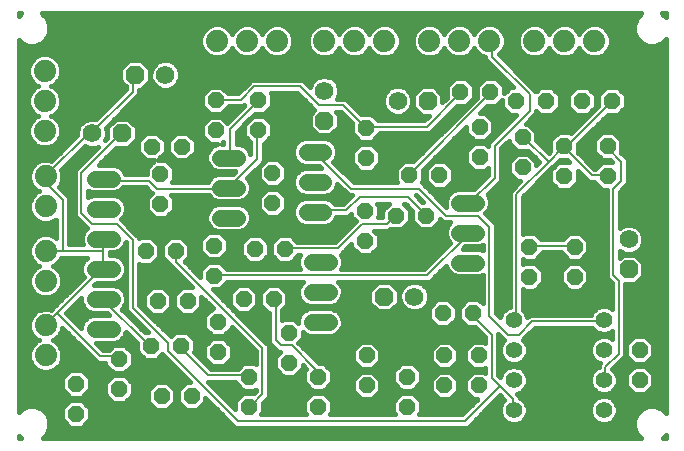
<source format=gbl>
G75*
%MOIN*%
%OFA0B0*%
%FSLAX24Y24*%
%IPPOS*%
%LPD*%
%AMOC8*
5,1,8,0,0,1.08239X$1,22.5*
%
%ADD10C,0.0740*%
%ADD11OC8,0.0560*%
%ADD12OC8,0.0620*%
%ADD13C,0.0620*%
%ADD14C,0.0560*%
%ADD15C,0.0560*%
%ADD16C,0.0080*%
%ADD17C,0.0160*%
D10*
X001585Y003093D03*
X001585Y004093D03*
X001585Y005574D03*
X001585Y006574D03*
X001585Y008054D03*
X001585Y009054D03*
X001545Y010574D03*
X001545Y011574D03*
X001545Y012574D03*
X007289Y013574D03*
X008289Y013574D03*
X009289Y013574D03*
X010868Y013574D03*
X011868Y013574D03*
X012868Y013574D03*
X014368Y013574D03*
X015368Y013574D03*
X016368Y013574D03*
X017868Y013574D03*
X018868Y013574D03*
X019868Y013574D03*
D11*
X019455Y011574D03*
X020455Y011574D03*
X020309Y010074D03*
X020309Y009074D03*
X018864Y009074D03*
X018864Y010074D03*
X017478Y010357D03*
X016045Y010708D03*
X017258Y011574D03*
X016403Y011861D03*
X015403Y011861D03*
X018258Y011574D03*
X016045Y009708D03*
X014707Y009101D03*
X013707Y009101D03*
X012258Y009676D03*
X012258Y010676D03*
X009140Y009168D03*
X009140Y008168D03*
X007191Y006751D03*
X005911Y006562D03*
X004911Y006562D03*
X005403Y008137D03*
X005403Y009137D03*
X005116Y010050D03*
X006116Y010050D03*
X007250Y010589D03*
X007250Y011589D03*
X008667Y011601D03*
X008667Y010601D03*
X012234Y007900D03*
X013266Y007747D03*
X014266Y007747D03*
X012234Y006900D03*
X009553Y006641D03*
X008553Y006641D03*
X007191Y005751D03*
X008179Y004975D03*
X009179Y004975D03*
X009683Y003845D03*
X009683Y002845D03*
X010659Y002377D03*
X010659Y001377D03*
X012281Y002086D03*
X012281Y003086D03*
X013632Y002377D03*
X014872Y002086D03*
X016014Y002086D03*
X016014Y003086D03*
X014872Y003086D03*
X014817Y004495D03*
X015817Y004495D03*
X017707Y005711D03*
X017707Y006711D03*
X019214Y006711D03*
X019214Y005711D03*
X021380Y003263D03*
X021380Y002263D03*
X013632Y001377D03*
X008360Y001377D03*
X008360Y002377D03*
X007325Y003204D03*
X006088Y003404D03*
X005088Y003404D03*
X004022Y002971D03*
X004022Y001971D03*
X002588Y002145D03*
X002588Y001145D03*
X005443Y001735D03*
X006443Y001735D03*
X007325Y004204D03*
X006313Y004904D03*
X005313Y004904D03*
X017478Y009357D03*
D12*
X014313Y011574D03*
X010868Y010912D03*
X004565Y012440D03*
X004120Y010491D03*
X012864Y005046D03*
X021018Y005952D03*
D13*
X021018Y006952D03*
X013864Y005046D03*
X013313Y011574D03*
X010868Y011912D03*
X005565Y012440D03*
X003120Y010491D03*
D14*
X017183Y004267D03*
X017183Y003267D03*
X017183Y002267D03*
X017183Y001267D03*
X020183Y001267D03*
X020183Y002267D03*
X020183Y003267D03*
X020183Y004267D03*
D15*
X015935Y006180D02*
X015375Y006180D01*
X015375Y007180D02*
X015935Y007180D01*
X015935Y008180D02*
X015375Y008180D01*
X011018Y006196D02*
X010458Y006196D01*
X010458Y005196D02*
X011018Y005196D01*
X011018Y004196D02*
X010458Y004196D01*
X007959Y007680D02*
X007399Y007680D01*
X007399Y008680D02*
X007959Y008680D01*
X007959Y009680D02*
X007399Y009680D01*
X010281Y009869D02*
X010841Y009869D01*
X010841Y008869D02*
X010281Y008869D01*
X010281Y007869D02*
X010841Y007869D01*
X003798Y007979D02*
X003238Y007979D01*
X003238Y006979D02*
X003798Y006979D01*
X003790Y005971D02*
X003230Y005971D01*
X003230Y004971D02*
X003790Y004971D01*
X003790Y003971D02*
X003230Y003971D01*
X003238Y008979D02*
X003798Y008979D01*
D16*
X003582Y008910D02*
X003518Y008979D01*
X003582Y008910D02*
X005022Y008910D01*
X005292Y008640D01*
X007632Y008640D01*
X007679Y008680D01*
X007722Y008730D01*
X008622Y009630D01*
X008622Y010530D01*
X008667Y010601D01*
X008622Y011520D02*
X007722Y010620D01*
X007722Y009720D01*
X007679Y009680D01*
X007250Y011589D02*
X007272Y011610D01*
X008082Y011610D01*
X008532Y012060D01*
X010062Y012060D01*
X010692Y011430D01*
X011502Y011430D01*
X012222Y010710D01*
X012258Y010676D01*
X012312Y010710D01*
X014292Y010710D01*
X015372Y011790D01*
X015403Y011861D01*
X016362Y011790D02*
X016403Y011861D01*
X016362Y011790D02*
X013752Y009180D01*
X013707Y009101D01*
X014022Y008640D02*
X011772Y008640D01*
X010602Y009810D01*
X010561Y009869D01*
X012042Y008370D02*
X013662Y008370D01*
X014202Y007830D01*
X014266Y007747D01*
X014922Y007740D02*
X014022Y008640D01*
X013266Y007747D02*
X013212Y007740D01*
X012942Y007470D01*
X012132Y007470D01*
X011322Y006660D01*
X009612Y006660D01*
X009553Y006641D01*
X010561Y007869D02*
X010602Y007920D01*
X011592Y007920D01*
X012042Y008370D01*
X014922Y007740D02*
X016002Y007740D01*
X016362Y007380D01*
X016362Y004410D01*
X016992Y003780D01*
X017352Y003780D01*
X017802Y004230D01*
X020142Y004230D01*
X020183Y004267D01*
X020682Y003150D02*
X020682Y005580D01*
X020502Y005760D01*
X020502Y008640D01*
X020772Y008910D01*
X020772Y009540D01*
X020322Y009990D01*
X020309Y010074D01*
X020232Y009090D02*
X019782Y009090D01*
X018882Y009990D01*
X018864Y010074D01*
X018792Y009990D01*
X018342Y009540D01*
X017532Y010350D01*
X017478Y010357D01*
X017712Y011250D02*
X016542Y010080D01*
X016542Y009000D01*
X015732Y008190D01*
X015655Y008180D01*
X015655Y007180D02*
X015642Y007110D01*
X014292Y005760D01*
X007272Y005760D01*
X007191Y005751D01*
X005922Y006210D02*
X005922Y006480D01*
X005911Y006562D01*
X005922Y006210D02*
X008802Y003330D01*
X008802Y001800D01*
X008442Y001440D01*
X008360Y001377D01*
X007992Y000900D02*
X015552Y000900D01*
X016722Y002070D01*
X017172Y001620D01*
X017172Y001350D01*
X017183Y001267D01*
X016722Y002070D02*
X016452Y002340D01*
X016452Y003780D01*
X015822Y004410D01*
X015817Y004495D01*
X017183Y004267D02*
X017262Y004320D01*
X017262Y008460D01*
X018342Y009540D01*
X018882Y009990D02*
X020412Y011520D01*
X020455Y011574D01*
X017712Y011790D02*
X017712Y011250D01*
X017712Y011790D02*
X016452Y013050D01*
X016452Y013500D01*
X016368Y013574D01*
X020232Y009090D02*
X020309Y009074D01*
X019152Y006750D02*
X017712Y006750D01*
X017707Y006711D01*
X019152Y006750D02*
X019214Y006711D01*
X020682Y003150D02*
X020232Y002700D01*
X020232Y002340D01*
X020183Y002267D01*
X010659Y002377D02*
X010602Y002430D01*
X010602Y002610D01*
X009792Y003420D01*
X009432Y003420D01*
X009252Y003600D01*
X009252Y004950D01*
X009179Y004975D01*
X007002Y002430D02*
X006102Y003330D01*
X006088Y003404D01*
X005652Y003510D02*
X005652Y003240D01*
X007992Y000900D01*
X008360Y002377D02*
X008352Y002430D01*
X007002Y002430D01*
X005652Y003510D02*
X004482Y004680D01*
X004482Y006930D01*
X003942Y007470D01*
X003132Y007470D01*
X002772Y007830D01*
X002772Y009180D01*
X004032Y010440D01*
X004120Y010491D01*
X003132Y010530D02*
X003120Y010491D01*
X003042Y010530D01*
X001602Y009090D01*
X001585Y009054D01*
X001602Y009000D01*
X001602Y008820D01*
X002142Y008280D01*
X002142Y006570D01*
X001602Y006570D01*
X001585Y006574D01*
X002142Y006570D02*
X003492Y006570D01*
X003492Y006030D01*
X003510Y005971D01*
X003492Y006030D02*
X001962Y004500D01*
X003402Y003060D01*
X003942Y003060D01*
X004022Y002971D01*
X005022Y003420D02*
X005088Y003404D01*
X005022Y003420D02*
X003492Y004950D01*
X003510Y004971D01*
X001962Y004500D02*
X001602Y004140D01*
X001585Y004093D01*
X003492Y006570D02*
X003492Y006930D01*
X003518Y006979D01*
X003132Y010530D02*
X004482Y011880D01*
X004482Y012420D01*
X004565Y012440D01*
X008622Y011520D02*
X008667Y011601D01*
D17*
X000743Y000340D02*
X000682Y000340D01*
X000682Y000402D01*
X000743Y000340D01*
X001481Y000340D02*
X021413Y000340D01*
X021279Y000474D01*
X021188Y000692D01*
X021188Y000928D01*
X021279Y001146D01*
X021445Y001313D01*
X021663Y001403D01*
X021899Y001403D01*
X022117Y001313D01*
X022251Y001179D01*
X022251Y013630D01*
X022117Y013496D01*
X021899Y013406D01*
X021663Y013406D01*
X021445Y013496D01*
X021279Y013663D01*
X021188Y013881D01*
X021188Y014117D01*
X021279Y014335D01*
X021440Y014496D01*
X001453Y014496D01*
X001615Y014335D01*
X001705Y014117D01*
X001705Y013881D01*
X001615Y013663D01*
X001448Y013496D01*
X001230Y013406D01*
X000994Y013406D01*
X000776Y013496D01*
X000682Y013591D01*
X000682Y001218D01*
X000776Y001313D01*
X000994Y001403D01*
X001230Y001403D01*
X001448Y001313D01*
X001615Y001146D01*
X001705Y000928D01*
X001705Y000692D01*
X001615Y000474D01*
X001481Y000340D01*
X001624Y000497D02*
X021269Y000497D01*
X021203Y000656D02*
X001690Y000656D01*
X001705Y000814D02*
X002268Y000814D01*
X002398Y000685D02*
X002128Y000954D01*
X002128Y001335D01*
X002398Y001605D01*
X002779Y001605D01*
X003048Y001335D01*
X003048Y000954D01*
X002779Y000685D01*
X002398Y000685D01*
X002128Y000973D02*
X001687Y000973D01*
X001621Y001131D02*
X002128Y001131D01*
X002128Y001290D02*
X001471Y001290D01*
X000753Y001290D02*
X000682Y001290D01*
X000682Y001448D02*
X002241Y001448D01*
X002398Y001685D02*
X002779Y001685D01*
X003048Y001954D01*
X003048Y002335D01*
X002779Y002605D01*
X002398Y002605D01*
X002128Y002335D01*
X002128Y001954D01*
X002398Y001685D01*
X002317Y001765D02*
X000682Y001765D01*
X000682Y001607D02*
X003736Y001607D01*
X003831Y001511D02*
X004212Y001511D01*
X004482Y001781D01*
X004482Y002162D01*
X004212Y002431D01*
X003831Y002431D01*
X003562Y002162D01*
X003562Y001781D01*
X003831Y001511D01*
X003577Y001765D02*
X002859Y001765D01*
X003018Y001924D02*
X003562Y001924D01*
X003562Y002082D02*
X003048Y002082D01*
X003048Y002241D02*
X003640Y002241D01*
X003799Y002399D02*
X002985Y002399D01*
X002826Y002558D02*
X003785Y002558D01*
X003831Y002511D02*
X003562Y002781D01*
X003562Y002840D01*
X003310Y002840D01*
X002135Y004016D01*
X002135Y003984D01*
X002166Y003984D01*
X002135Y003984D02*
X002051Y003782D01*
X001896Y003627D01*
X001815Y003593D01*
X001896Y003560D01*
X002051Y003405D01*
X002135Y003203D01*
X002135Y002984D01*
X002051Y002782D01*
X001896Y002627D01*
X001694Y002543D01*
X001475Y002543D01*
X001273Y002627D01*
X001118Y002782D01*
X001035Y002984D01*
X001035Y003203D01*
X001118Y003405D01*
X001273Y003560D01*
X001354Y003593D01*
X001273Y003627D01*
X001118Y003782D01*
X001035Y003984D01*
X000682Y003984D01*
X000682Y003826D02*
X001100Y003826D01*
X001035Y003984D02*
X001035Y004203D01*
X001118Y004405D01*
X001273Y004560D01*
X001475Y004643D01*
X001694Y004643D01*
X001765Y004614D01*
X001870Y004720D01*
X002850Y005700D01*
X002840Y005711D01*
X002770Y005880D01*
X002770Y006063D01*
X002840Y006232D01*
X002958Y006350D01*
X002087Y006350D01*
X002051Y006262D01*
X001896Y006107D01*
X001815Y006074D01*
X001896Y006040D01*
X002051Y005885D01*
X002135Y005683D01*
X002135Y005464D01*
X002051Y005262D01*
X001896Y005107D01*
X001694Y005024D01*
X001475Y005024D01*
X001273Y005107D01*
X001118Y005262D01*
X001035Y005464D01*
X001035Y005683D01*
X001118Y005885D01*
X001273Y006040D01*
X001354Y006074D01*
X001273Y006107D01*
X001118Y006262D01*
X001035Y006464D01*
X001035Y006683D01*
X001118Y006885D01*
X001273Y007040D01*
X001475Y007124D01*
X001694Y007124D01*
X001896Y007040D01*
X001922Y007015D01*
X001922Y007613D01*
X001896Y007588D01*
X001694Y007504D01*
X001475Y007504D01*
X001273Y007588D01*
X001118Y007742D01*
X001035Y007945D01*
X001035Y008163D01*
X001118Y008366D01*
X001273Y008520D01*
X001354Y008554D01*
X001273Y008588D01*
X001118Y008742D01*
X001035Y008945D01*
X001035Y009163D01*
X001118Y009366D01*
X001273Y009520D01*
X001475Y009604D01*
X001694Y009604D01*
X001772Y009572D01*
X002630Y010430D01*
X002630Y010588D01*
X002705Y010769D01*
X002842Y010906D01*
X003022Y010981D01*
X003217Y010981D01*
X003256Y010965D01*
X004262Y011971D01*
X004262Y012050D01*
X004075Y012237D01*
X004075Y012643D01*
X004362Y012930D01*
X004768Y012930D01*
X005055Y012643D01*
X005055Y012237D01*
X004768Y011950D01*
X004702Y011950D01*
X004702Y011789D01*
X003578Y010665D01*
X003610Y010588D01*
X003610Y010394D01*
X003565Y010284D01*
X003630Y010350D01*
X003630Y010694D01*
X003917Y010981D01*
X004323Y010981D01*
X004610Y010694D01*
X004610Y010288D01*
X004323Y010001D01*
X003917Y010001D01*
X003910Y010008D01*
X003342Y009439D01*
X003889Y009439D01*
X004058Y009369D01*
X004188Y009240D01*
X004233Y009130D01*
X004943Y009130D01*
X004943Y009327D01*
X005206Y009590D01*
X004925Y009590D01*
X004656Y009860D01*
X004656Y010241D01*
X004925Y010510D01*
X005307Y010510D01*
X005576Y010241D01*
X005576Y009860D01*
X005313Y009597D01*
X005594Y009597D01*
X005863Y009327D01*
X005863Y008946D01*
X005777Y008860D01*
X006976Y008860D01*
X007009Y008941D01*
X007138Y009070D01*
X007308Y009140D01*
X007820Y009140D01*
X007900Y009220D01*
X007308Y009220D01*
X007138Y009290D01*
X007009Y009419D01*
X006939Y009588D01*
X006939Y009771D01*
X007009Y009941D01*
X007138Y010070D01*
X007282Y010129D01*
X007059Y010129D01*
X006790Y010399D01*
X006790Y010780D01*
X007059Y011049D01*
X007440Y011049D01*
X007640Y010850D01*
X008207Y011417D01*
X008207Y011425D01*
X008173Y011390D01*
X007701Y011390D01*
X007440Y011129D01*
X007059Y011129D01*
X006790Y011399D01*
X006790Y011780D01*
X007059Y012049D01*
X007440Y012049D01*
X007660Y011830D01*
X007990Y011830D01*
X008312Y012151D01*
X008440Y012280D01*
X010153Y012280D01*
X010282Y012151D01*
X010282Y012151D01*
X010391Y012042D01*
X010453Y012190D01*
X010590Y012328D01*
X010771Y012402D01*
X010965Y012402D01*
X011146Y012328D01*
X011283Y012190D01*
X011358Y012010D01*
X011358Y011815D01*
X011290Y011650D01*
X011593Y011650D01*
X012107Y011136D01*
X012448Y011136D01*
X012654Y010930D01*
X014200Y010930D01*
X014354Y011084D01*
X014110Y011084D01*
X013823Y011371D01*
X013823Y011777D01*
X014110Y012064D01*
X014516Y012064D01*
X014803Y011777D01*
X014803Y011532D01*
X014943Y011673D01*
X014943Y012052D01*
X015213Y012321D01*
X015594Y012321D01*
X015863Y012052D01*
X015863Y011671D01*
X015594Y011401D01*
X015294Y011401D01*
X014383Y010490D01*
X012718Y010490D01*
X012718Y010486D01*
X012448Y010216D01*
X012067Y010216D01*
X011798Y010486D01*
X011798Y010823D01*
X011410Y011210D01*
X011263Y011210D01*
X011358Y011115D01*
X011358Y010709D01*
X011071Y010422D01*
X010665Y010422D01*
X010378Y010709D01*
X010378Y011115D01*
X010537Y011274D01*
X010472Y011339D01*
X010472Y011339D01*
X009970Y011840D01*
X009079Y011840D01*
X009127Y011792D01*
X009127Y011411D01*
X008858Y011141D01*
X008554Y011141D01*
X007942Y010529D01*
X007942Y010140D01*
X008051Y010140D01*
X008220Y010070D01*
X008349Y009941D01*
X008402Y009814D01*
X008402Y010216D01*
X008207Y010411D01*
X008207Y010792D01*
X008477Y011061D01*
X008858Y011061D01*
X009127Y010792D01*
X009127Y010411D01*
X008858Y010141D01*
X008842Y010141D01*
X008842Y009539D01*
X008296Y008993D01*
X008349Y008941D01*
X008419Y008771D01*
X008419Y008588D01*
X008349Y008419D01*
X008220Y008290D01*
X008051Y008220D01*
X007308Y008220D01*
X007138Y008290D01*
X007009Y008419D01*
X007009Y008420D01*
X005771Y008420D01*
X005863Y008327D01*
X005863Y007946D01*
X005594Y007677D01*
X005213Y007677D01*
X004943Y007946D01*
X004943Y008327D01*
X005118Y008502D01*
X005072Y008549D01*
X004930Y008690D01*
X004159Y008690D01*
X004058Y008589D01*
X003889Y008519D01*
X003146Y008519D01*
X002992Y008583D01*
X002992Y008375D01*
X003146Y008439D01*
X003889Y008439D01*
X004058Y008369D01*
X004188Y008240D01*
X004258Y008071D01*
X004258Y007888D01*
X004188Y007719D01*
X004096Y007627D01*
X004573Y007150D01*
X004702Y007021D01*
X004702Y007003D01*
X004721Y007022D01*
X005102Y007022D01*
X005371Y006752D01*
X005371Y006371D01*
X005102Y006102D01*
X004721Y006102D01*
X004702Y006121D01*
X004702Y004771D01*
X005743Y003730D01*
X005753Y003720D01*
X005898Y003864D01*
X006279Y003864D01*
X006548Y003595D01*
X006548Y003214D01*
X006539Y003204D01*
X007093Y002650D01*
X007983Y002650D01*
X008170Y002837D01*
X008551Y002837D01*
X008582Y002806D01*
X008582Y003239D01*
X007785Y004036D01*
X007785Y004013D01*
X007515Y003744D01*
X007134Y003744D01*
X006865Y004013D01*
X006865Y004394D01*
X007134Y004664D01*
X007157Y004664D01*
X006773Y005048D01*
X006773Y004714D01*
X006503Y004444D01*
X006122Y004444D01*
X005853Y004714D01*
X005853Y005095D01*
X006122Y005364D01*
X006456Y005364D01*
X005702Y006119D01*
X005702Y006121D01*
X005451Y006371D01*
X005451Y006752D01*
X005721Y007022D01*
X006102Y007022D01*
X006371Y006752D01*
X006371Y006371D01*
X006221Y006221D01*
X006731Y005712D01*
X006731Y005941D01*
X007000Y006211D01*
X007381Y006211D01*
X007612Y005980D01*
X010050Y005980D01*
X009998Y006104D01*
X009998Y006287D01*
X010061Y006440D01*
X010003Y006440D01*
X009744Y006181D01*
X009362Y006181D01*
X009093Y006450D01*
X009093Y006831D01*
X009362Y007101D01*
X009744Y007101D01*
X009964Y006880D01*
X011230Y006880D01*
X011912Y007561D01*
X011917Y007567D01*
X011774Y007710D01*
X011774Y007791D01*
X011683Y007700D01*
X011269Y007700D01*
X011231Y007608D01*
X011101Y007479D01*
X010932Y007409D01*
X010189Y007409D01*
X010020Y007479D01*
X009891Y007608D01*
X009821Y007777D01*
X009821Y007960D01*
X009891Y008130D01*
X010020Y008259D01*
X010189Y008329D01*
X010932Y008329D01*
X011101Y008259D01*
X011220Y008140D01*
X011500Y008140D01*
X011780Y008420D01*
X011680Y008420D01*
X011301Y008800D01*
X011301Y008777D01*
X011231Y008608D01*
X011101Y008479D01*
X010932Y008409D01*
X010189Y008409D01*
X010020Y008479D01*
X009891Y008608D01*
X009821Y008777D01*
X009821Y008960D01*
X009891Y009130D01*
X010020Y009259D01*
X010189Y009329D01*
X010771Y009329D01*
X010691Y009409D01*
X010189Y009409D01*
X010020Y009479D01*
X009891Y009608D01*
X009821Y009777D01*
X009821Y009960D01*
X009891Y010130D01*
X010020Y010259D01*
X010189Y010329D01*
X010932Y010329D01*
X011101Y010259D01*
X011231Y010130D01*
X011301Y009960D01*
X011301Y009777D01*
X011231Y009608D01*
X011173Y009550D01*
X011863Y008860D01*
X013297Y008860D01*
X013247Y008911D01*
X013247Y009292D01*
X013516Y009561D01*
X013822Y009561D01*
X015943Y011683D01*
X015943Y012052D01*
X016213Y012321D01*
X016594Y012321D01*
X016863Y012052D01*
X016863Y011830D01*
X017067Y012034D01*
X017157Y012034D01*
X016232Y012959D01*
X016232Y013035D01*
X016056Y013107D01*
X015902Y013262D01*
X015868Y013344D01*
X015834Y013262D01*
X015680Y013107D01*
X015477Y013024D01*
X015259Y013024D01*
X015056Y013107D01*
X014902Y013262D01*
X014868Y013344D01*
X014834Y013262D01*
X014680Y013107D01*
X014477Y013024D01*
X014259Y013024D01*
X014056Y013107D01*
X013902Y013262D01*
X013818Y013464D01*
X013818Y013683D01*
X013902Y013885D01*
X014056Y014040D01*
X014259Y014124D01*
X014477Y014124D01*
X014680Y014040D01*
X014834Y013885D01*
X014868Y013804D01*
X014902Y013885D01*
X015056Y014040D01*
X015259Y014124D01*
X015477Y014124D01*
X015680Y014040D01*
X015834Y013885D01*
X015868Y013804D01*
X015902Y013885D01*
X016056Y014040D01*
X016259Y014124D01*
X016477Y014124D01*
X016680Y014040D01*
X016834Y013885D01*
X016918Y013683D01*
X016918Y013464D01*
X016834Y013262D01*
X016692Y013120D01*
X017803Y012010D01*
X017923Y011890D01*
X018067Y012034D01*
X018448Y012034D01*
X018718Y011764D01*
X018718Y011383D01*
X018448Y011114D01*
X018067Y011114D01*
X017932Y011249D01*
X017932Y011159D01*
X017590Y010817D01*
X017669Y010817D01*
X017938Y010548D01*
X017938Y010254D01*
X018342Y009851D01*
X018404Y009914D01*
X018404Y010264D01*
X018674Y010534D01*
X019055Y010534D01*
X019084Y010504D01*
X019995Y011414D01*
X019995Y011764D01*
X020264Y012034D01*
X020645Y012034D01*
X020915Y011764D01*
X020915Y011383D01*
X020645Y011114D01*
X020316Y011114D01*
X019324Y010121D01*
X019324Y009883D01*
X019312Y009871D01*
X019873Y009310D01*
X019895Y009310D01*
X020118Y009534D01*
X020467Y009534D01*
X020387Y009614D01*
X020118Y009614D01*
X019849Y009883D01*
X019849Y010264D01*
X020118Y010534D01*
X020499Y010534D01*
X020769Y010264D01*
X020769Y009883D01*
X020754Y009868D01*
X020992Y009631D01*
X020992Y008819D01*
X020863Y008690D01*
X020722Y008549D01*
X020722Y007349D01*
X020740Y007367D01*
X020920Y007442D01*
X021115Y007442D01*
X021295Y007367D01*
X021433Y007229D01*
X021508Y007049D01*
X021508Y006854D01*
X021433Y006674D01*
X021295Y006536D01*
X021115Y006462D01*
X020920Y006462D01*
X020740Y006536D01*
X020722Y006555D01*
X020722Y006349D01*
X020815Y006442D01*
X021221Y006442D01*
X021508Y006155D01*
X021508Y005749D01*
X021221Y005462D01*
X020902Y005462D01*
X020902Y003059D01*
X020773Y002930D01*
X020471Y002629D01*
X020573Y002527D01*
X020643Y002358D01*
X020643Y002175D01*
X020573Y002006D01*
X020444Y001877D01*
X020274Y001807D01*
X020091Y001807D01*
X019922Y001877D01*
X019793Y002006D01*
X019723Y002175D01*
X019723Y002358D01*
X019793Y002527D01*
X019922Y002657D01*
X020012Y002694D01*
X020012Y002791D01*
X020046Y002825D01*
X019922Y002877D01*
X019793Y003006D01*
X019723Y003175D01*
X019723Y003358D01*
X019793Y003527D01*
X019922Y003657D01*
X020091Y003727D01*
X020274Y003727D01*
X020444Y003657D01*
X020462Y003639D01*
X020462Y003895D01*
X020444Y003877D01*
X020274Y003807D01*
X020091Y003807D01*
X019922Y003877D01*
X019793Y004006D01*
X019791Y004010D01*
X017893Y004010D01*
X017572Y003689D01*
X017491Y003609D01*
X017573Y003527D01*
X017643Y003358D01*
X017643Y003175D01*
X017573Y003006D01*
X017444Y002877D01*
X017274Y002807D01*
X017091Y002807D01*
X016922Y002877D01*
X016793Y003006D01*
X016723Y003175D01*
X016723Y003358D01*
X016793Y003527D01*
X016863Y003597D01*
X016672Y003789D01*
X016672Y002431D01*
X016729Y002373D01*
X016793Y002527D01*
X016922Y002657D01*
X017091Y002727D01*
X017274Y002727D01*
X017444Y002657D01*
X017573Y002527D01*
X017643Y002358D01*
X017643Y002175D01*
X017573Y002006D01*
X017444Y001877D01*
X017290Y001813D01*
X017392Y001711D01*
X017392Y001678D01*
X017444Y001657D01*
X017573Y001527D01*
X017643Y001358D01*
X017643Y001175D01*
X017573Y001006D01*
X017444Y000877D01*
X017274Y000807D01*
X017091Y000807D01*
X016922Y000877D01*
X016793Y001006D01*
X016723Y001175D01*
X016723Y001358D01*
X016793Y001527D01*
X016873Y001607D01*
X016722Y001759D01*
X015643Y000680D01*
X007900Y000680D01*
X007772Y000809D01*
X006903Y001678D01*
X006903Y001545D01*
X006633Y001275D01*
X006252Y001275D01*
X005983Y001545D01*
X005983Y001926D01*
X006252Y002195D01*
X006385Y002195D01*
X005457Y003123D01*
X005279Y002944D01*
X004898Y002944D01*
X004628Y003214D01*
X004628Y003502D01*
X004250Y003881D01*
X004250Y003880D01*
X004180Y003711D01*
X004050Y003581D01*
X003881Y003511D01*
X003261Y003511D01*
X003493Y003280D01*
X003680Y003280D01*
X003831Y003431D01*
X004212Y003431D01*
X004482Y003162D01*
X004482Y002781D01*
X004212Y002511D01*
X003831Y002511D01*
X003626Y002716D02*
X001985Y002716D01*
X002089Y002875D02*
X003276Y002875D01*
X003117Y003033D02*
X002135Y003033D01*
X002135Y003192D02*
X002959Y003192D01*
X002800Y003350D02*
X002074Y003350D01*
X001947Y003509D02*
X002642Y003509D01*
X002483Y003667D02*
X001936Y003667D01*
X002069Y003826D02*
X002325Y003826D01*
X002630Y004143D02*
X002803Y004143D01*
X002770Y004063D02*
X002770Y004003D01*
X002273Y004500D01*
X002770Y004997D01*
X002770Y004880D01*
X002840Y004711D01*
X002969Y004581D01*
X003138Y004511D01*
X003619Y004511D01*
X003699Y004431D01*
X003138Y004431D01*
X002969Y004361D01*
X002840Y004232D01*
X002770Y004063D01*
X002909Y004301D02*
X002472Y004301D01*
X002313Y004460D02*
X003671Y004460D01*
X004111Y004642D02*
X004180Y004711D01*
X004250Y004880D01*
X004250Y005063D01*
X004180Y005232D01*
X004050Y005361D01*
X003881Y005431D01*
X003204Y005431D01*
X003284Y005511D01*
X003881Y005511D01*
X004050Y005581D01*
X004180Y005711D01*
X004250Y005880D01*
X004250Y006063D01*
X004180Y006232D01*
X004050Y006361D01*
X003881Y006431D01*
X003712Y006431D01*
X003712Y006519D01*
X003889Y006519D01*
X004058Y006589D01*
X004188Y006719D01*
X004244Y006856D01*
X004262Y006839D01*
X004262Y004589D01*
X004986Y003864D01*
X004898Y003864D01*
X004893Y003860D01*
X004111Y004642D01*
X004135Y004618D02*
X004262Y004618D01*
X004262Y004777D02*
X004207Y004777D01*
X004250Y004935D02*
X004262Y004935D01*
X004262Y005094D02*
X004237Y005094D01*
X004262Y005252D02*
X004160Y005252D01*
X004262Y005411D02*
X003931Y005411D01*
X004020Y005569D02*
X004262Y005569D01*
X004262Y005728D02*
X004187Y005728D01*
X004250Y005886D02*
X004262Y005886D01*
X004250Y006045D02*
X004262Y006045D01*
X004262Y006203D02*
X004192Y006203D01*
X004262Y006362D02*
X004050Y006362D01*
X003891Y006520D02*
X004262Y006520D01*
X004262Y006679D02*
X004147Y006679D01*
X004237Y006837D02*
X004262Y006837D01*
X004569Y007154D02*
X006943Y007154D01*
X007000Y007211D02*
X006731Y006941D01*
X006731Y006560D01*
X007000Y006291D01*
X007381Y006291D01*
X007651Y006560D01*
X007651Y006941D01*
X007381Y007211D01*
X007000Y007211D01*
X007116Y007313D02*
X004410Y007313D01*
X004252Y007471D02*
X006988Y007471D01*
X007009Y007419D02*
X006939Y007588D01*
X006939Y007771D01*
X007009Y007941D01*
X007138Y008070D01*
X007308Y008140D01*
X008051Y008140D01*
X008220Y008070D01*
X008349Y007941D01*
X008419Y007771D01*
X008419Y007588D01*
X008349Y007419D01*
X008220Y007290D01*
X008051Y007220D01*
X007308Y007220D01*
X007138Y007290D01*
X007009Y007419D01*
X007438Y007154D02*
X011504Y007154D01*
X011346Y006996D02*
X009849Y006996D01*
X010040Y007471D02*
X008370Y007471D01*
X008419Y007630D02*
X009882Y007630D01*
X009821Y007788D02*
X009410Y007788D01*
X009330Y007708D02*
X009600Y007978D01*
X009600Y008359D01*
X009330Y008628D01*
X008949Y008628D01*
X008680Y008359D01*
X008680Y007978D01*
X008949Y007708D01*
X009330Y007708D01*
X009568Y007947D02*
X009821Y007947D01*
X009881Y008105D02*
X009600Y008105D01*
X009600Y008264D02*
X010031Y008264D01*
X010158Y008422D02*
X009536Y008422D01*
X009378Y008581D02*
X009919Y008581D01*
X009837Y008739D02*
X009361Y008739D01*
X009330Y008708D02*
X009600Y008978D01*
X009600Y009359D01*
X009330Y009628D01*
X008949Y009628D01*
X008680Y009359D01*
X008680Y008978D01*
X008949Y008708D01*
X009330Y008708D01*
X009519Y008898D02*
X009821Y008898D01*
X009860Y009056D02*
X009600Y009056D01*
X009600Y009215D02*
X009976Y009215D01*
X009585Y009373D02*
X010727Y009373D01*
X011191Y009532D02*
X011798Y009532D01*
X011798Y009486D02*
X012067Y009216D01*
X012448Y009216D01*
X012718Y009486D01*
X012718Y009867D01*
X012448Y010136D01*
X012067Y010136D01*
X011798Y009867D01*
X011798Y009486D01*
X011910Y009373D02*
X011350Y009373D01*
X011508Y009215D02*
X013247Y009215D01*
X013247Y009056D02*
X011667Y009056D01*
X011825Y008898D02*
X013260Y008898D01*
X013923Y008420D02*
X013930Y008420D01*
X014143Y008207D01*
X014136Y008207D01*
X013923Y008420D01*
X014079Y008264D02*
X014087Y008264D01*
X014392Y008581D02*
X015140Y008581D01*
X015115Y008570D02*
X014985Y008441D01*
X014915Y008271D01*
X014915Y008088D01*
X014937Y008035D01*
X014242Y008731D01*
X014114Y008858D01*
X014167Y008911D01*
X014167Y009284D01*
X015585Y010702D01*
X015585Y010517D01*
X015855Y010248D01*
X016236Y010248D01*
X016505Y010517D01*
X016505Y010898D01*
X016236Y011168D01*
X016050Y011168D01*
X016284Y011401D01*
X016594Y011401D01*
X016798Y011605D01*
X016798Y011383D01*
X017067Y011114D01*
X017264Y011114D01*
X016450Y010300D01*
X016322Y010171D01*
X016322Y010082D01*
X016236Y010168D01*
X015855Y010168D01*
X015585Y009898D01*
X015585Y009517D01*
X015855Y009248D01*
X016236Y009248D01*
X016322Y009333D01*
X016322Y009091D01*
X015870Y008640D01*
X015284Y008640D01*
X015115Y008570D01*
X014978Y008422D02*
X014551Y008422D01*
X014709Y008264D02*
X014915Y008264D01*
X014915Y008105D02*
X014868Y008105D01*
X014726Y007625D02*
X014830Y007520D01*
X015065Y007520D01*
X014985Y007441D01*
X014915Y007271D01*
X014915Y007088D01*
X014985Y006919D01*
X015063Y006842D01*
X014200Y005980D01*
X011427Y005980D01*
X011478Y006104D01*
X011478Y006287D01*
X011414Y006442D01*
X011774Y006801D01*
X011774Y006710D01*
X012044Y006440D01*
X012425Y006440D01*
X012694Y006710D01*
X012694Y007091D01*
X012535Y007250D01*
X013033Y007250D01*
X013072Y007290D01*
X013075Y007287D01*
X013456Y007287D01*
X013726Y007556D01*
X013726Y007937D01*
X013513Y008150D01*
X013570Y008150D01*
X013806Y007915D01*
X013806Y007556D01*
X014075Y007287D01*
X014456Y007287D01*
X014726Y007556D01*
X014726Y007625D01*
X014640Y007471D02*
X015016Y007471D01*
X014932Y007313D02*
X014482Y007313D01*
X014049Y007313D02*
X013482Y007313D01*
X013640Y007471D02*
X013891Y007471D01*
X013806Y007630D02*
X013726Y007630D01*
X013726Y007788D02*
X013806Y007788D01*
X013774Y007947D02*
X013717Y007947D01*
X013615Y008105D02*
X013558Y008105D01*
X013018Y008150D02*
X012806Y007937D01*
X012806Y007690D01*
X012674Y007690D01*
X012694Y007710D01*
X012694Y008091D01*
X012635Y008150D01*
X013018Y008150D01*
X012973Y008105D02*
X012680Y008105D01*
X012694Y007947D02*
X012815Y007947D01*
X012806Y007788D02*
X012694Y007788D01*
X012631Y007154D02*
X014915Y007154D01*
X014954Y006996D02*
X012694Y006996D01*
X012694Y006837D02*
X015057Y006837D01*
X014899Y006679D02*
X012663Y006679D01*
X012504Y006520D02*
X014740Y006520D01*
X014582Y006362D02*
X011447Y006362D01*
X011478Y006203D02*
X014423Y006203D01*
X014265Y006045D02*
X011453Y006045D01*
X011493Y006520D02*
X011964Y006520D01*
X011806Y006679D02*
X011651Y006679D01*
X011663Y007313D02*
X008242Y007313D01*
X008362Y007101D02*
X008093Y006831D01*
X008093Y006450D01*
X008362Y006181D01*
X008744Y006181D01*
X009013Y006450D01*
X009013Y006831D01*
X008744Y007101D01*
X008362Y007101D01*
X008257Y006996D02*
X007597Y006996D01*
X007651Y006837D02*
X008099Y006837D01*
X008093Y006679D02*
X007651Y006679D01*
X007610Y006520D02*
X008093Y006520D01*
X008182Y006362D02*
X007452Y006362D01*
X007389Y006203D02*
X008340Y006203D01*
X008766Y006203D02*
X009340Y006203D01*
X009182Y006362D02*
X008924Y006362D01*
X009013Y006520D02*
X009093Y006520D01*
X009093Y006679D02*
X009013Y006679D01*
X009007Y006837D02*
X009099Y006837D01*
X009257Y006996D02*
X008849Y006996D01*
X008869Y007788D02*
X008412Y007788D01*
X008343Y007947D02*
X008711Y007947D01*
X008680Y008105D02*
X008135Y008105D01*
X008156Y008264D02*
X008680Y008264D01*
X008743Y008422D02*
X008350Y008422D01*
X008416Y008581D02*
X008901Y008581D01*
X008918Y008739D02*
X008419Y008739D01*
X008367Y008898D02*
X008760Y008898D01*
X008680Y009056D02*
X008359Y009056D01*
X008517Y009215D02*
X008680Y009215D01*
X008676Y009373D02*
X008694Y009373D01*
X008834Y009532D02*
X008852Y009532D01*
X008842Y009690D02*
X009857Y009690D01*
X009821Y009849D02*
X008842Y009849D01*
X008842Y010007D02*
X009840Y010007D01*
X009927Y010166D02*
X008882Y010166D01*
X009040Y010324D02*
X010177Y010324D01*
X010605Y010483D02*
X009127Y010483D01*
X009127Y010641D02*
X010446Y010641D01*
X010378Y010800D02*
X009119Y010800D01*
X008961Y010958D02*
X010378Y010958D01*
X010379Y011117D02*
X008529Y011117D01*
X008373Y010958D02*
X008371Y010958D01*
X008215Y010800D02*
X008212Y010800D01*
X008207Y010641D02*
X008054Y010641D01*
X007942Y010483D02*
X008207Y010483D01*
X008294Y010324D02*
X007942Y010324D01*
X007942Y010166D02*
X008402Y010166D01*
X008402Y010007D02*
X008283Y010007D01*
X008387Y009849D02*
X008402Y009849D01*
X007502Y010140D02*
X007451Y010140D01*
X007502Y010191D01*
X007502Y010140D01*
X007502Y010166D02*
X007476Y010166D01*
X007075Y010007D02*
X006576Y010007D01*
X006576Y009860D02*
X006307Y009590D01*
X005925Y009590D01*
X005656Y009860D01*
X005656Y010241D01*
X005925Y010510D01*
X006307Y010510D01*
X006576Y010241D01*
X006576Y009860D01*
X006565Y009849D02*
X006971Y009849D01*
X006939Y009690D02*
X006406Y009690D01*
X006963Y009532D02*
X005659Y009532D01*
X005818Y009373D02*
X007055Y009373D01*
X007124Y009056D02*
X005863Y009056D01*
X005863Y009215D02*
X007895Y009215D01*
X006991Y008898D02*
X005815Y008898D01*
X005040Y008581D02*
X004037Y008581D01*
X003931Y008422D02*
X005038Y008422D01*
X004943Y008264D02*
X004164Y008264D01*
X004243Y008105D02*
X004943Y008105D01*
X004943Y007947D02*
X004258Y007947D01*
X004216Y007788D02*
X005102Y007788D01*
X005705Y007788D02*
X006946Y007788D01*
X006939Y007630D02*
X004098Y007630D01*
X005128Y006996D02*
X005694Y006996D01*
X005536Y006837D02*
X005287Y006837D01*
X005371Y006679D02*
X005451Y006679D01*
X005451Y006520D02*
X005371Y006520D01*
X005361Y006362D02*
X005461Y006362D01*
X005620Y006203D02*
X005203Y006203D01*
X004702Y006045D02*
X005776Y006045D01*
X005934Y005886D02*
X004702Y005886D01*
X004702Y005728D02*
X006093Y005728D01*
X006251Y005569D02*
X004702Y005569D01*
X004702Y005411D02*
X006410Y005411D01*
X006010Y005252D02*
X005616Y005252D01*
X005503Y005364D02*
X005122Y005364D01*
X004853Y005095D01*
X004853Y004714D01*
X005122Y004444D01*
X005503Y004444D01*
X005773Y004714D01*
X005773Y005095D01*
X005503Y005364D01*
X005773Y005094D02*
X005853Y005094D01*
X005853Y004935D02*
X005773Y004935D01*
X005773Y004777D02*
X005853Y004777D01*
X005949Y004618D02*
X005677Y004618D01*
X005518Y004460D02*
X006107Y004460D01*
X006518Y004460D02*
X006930Y004460D01*
X007089Y004618D02*
X006677Y004618D01*
X006773Y004777D02*
X007044Y004777D01*
X006885Y004935D02*
X006773Y004935D01*
X007152Y005291D02*
X007381Y005291D01*
X007630Y005540D01*
X010152Y005540D01*
X010068Y005456D01*
X009998Y005287D01*
X009998Y005104D01*
X010068Y004935D01*
X010197Y004806D01*
X010367Y004736D01*
X011110Y004736D01*
X011279Y004806D01*
X011408Y004935D01*
X012374Y004935D01*
X012374Y004843D02*
X012661Y004556D01*
X013067Y004556D01*
X013354Y004843D01*
X013354Y005249D01*
X013067Y005536D01*
X012661Y005536D01*
X012374Y005249D01*
X012374Y004843D01*
X012441Y004777D02*
X011208Y004777D01*
X011110Y004656D02*
X010367Y004656D01*
X010197Y004586D01*
X010068Y004456D01*
X009998Y004287D01*
X009998Y004181D01*
X009873Y004305D01*
X009492Y004305D01*
X009472Y004284D01*
X009472Y004617D01*
X009639Y004785D01*
X009639Y005166D01*
X009370Y005435D01*
X008988Y005435D01*
X008719Y005166D01*
X008719Y004785D01*
X008988Y004515D01*
X009032Y004515D01*
X009032Y003509D01*
X009160Y003380D01*
X009340Y003200D01*
X009387Y003200D01*
X009223Y003036D01*
X009223Y002655D01*
X009492Y002385D01*
X009873Y002385D01*
X010143Y002655D01*
X010143Y002757D01*
X010266Y002634D01*
X010199Y002567D01*
X010199Y002186D01*
X010469Y001917D01*
X010850Y001917D01*
X011119Y002186D01*
X011119Y002567D01*
X010850Y002837D01*
X010686Y002837D01*
X010012Y003511D01*
X010005Y003517D01*
X010143Y003655D01*
X010143Y003860D01*
X010197Y003806D01*
X010367Y003736D01*
X011110Y003736D01*
X011279Y003806D01*
X011408Y003935D01*
X011478Y004104D01*
X011478Y004287D01*
X011408Y004456D01*
X011279Y004586D01*
X011110Y004656D01*
X011201Y004618D02*
X012599Y004618D01*
X012374Y005094D02*
X011474Y005094D01*
X011478Y005104D02*
X011478Y005287D01*
X011408Y005456D01*
X011324Y005540D01*
X014383Y005540D01*
X014920Y006077D01*
X014985Y005919D01*
X015115Y005790D01*
X015284Y005720D01*
X016027Y005720D01*
X016142Y005767D01*
X016142Y004821D01*
X016007Y004955D01*
X015626Y004955D01*
X015357Y004685D01*
X015357Y004304D01*
X015626Y004035D01*
X015885Y004035D01*
X016232Y003689D01*
X016232Y003518D01*
X016204Y003546D01*
X015823Y003546D01*
X015554Y003276D01*
X015554Y002895D01*
X015823Y002626D01*
X016204Y002626D01*
X016232Y002653D01*
X016232Y002518D01*
X016204Y002546D01*
X015823Y002546D01*
X015554Y002276D01*
X015554Y001895D01*
X015823Y001626D01*
X015966Y001626D01*
X015460Y001120D01*
X014025Y001120D01*
X014092Y001186D01*
X014092Y001567D01*
X013822Y001837D01*
X013441Y001837D01*
X013172Y001567D01*
X013172Y001186D01*
X013238Y001120D01*
X011053Y001120D01*
X011119Y001186D01*
X011119Y001567D01*
X010850Y001837D01*
X010469Y001837D01*
X010199Y001567D01*
X010199Y001186D01*
X010266Y001120D01*
X008754Y001120D01*
X008820Y001186D01*
X008820Y001507D01*
X009022Y001709D01*
X009022Y003421D01*
X008893Y003550D01*
X007152Y005291D01*
X007191Y005252D02*
X007805Y005252D01*
X007719Y005166D02*
X007719Y004785D01*
X007988Y004515D01*
X008370Y004515D01*
X008639Y004785D01*
X008639Y005166D01*
X008370Y005435D01*
X007988Y005435D01*
X007719Y005166D01*
X007719Y005094D02*
X007349Y005094D01*
X007508Y004935D02*
X007719Y004935D01*
X007727Y004777D02*
X007666Y004777D01*
X007825Y004618D02*
X007886Y004618D01*
X007983Y004460D02*
X009032Y004460D01*
X008886Y004618D02*
X008472Y004618D01*
X008631Y004777D02*
X008727Y004777D01*
X008719Y004935D02*
X008639Y004935D01*
X008639Y005094D02*
X008719Y005094D01*
X008805Y005252D02*
X008553Y005252D01*
X008394Y005411D02*
X008964Y005411D01*
X009394Y005411D02*
X010049Y005411D01*
X009998Y005252D02*
X009553Y005252D01*
X009639Y005094D02*
X010003Y005094D01*
X010068Y004935D02*
X009639Y004935D01*
X009631Y004777D02*
X010268Y004777D01*
X010275Y004618D02*
X009472Y004618D01*
X009472Y004460D02*
X010071Y004460D01*
X010004Y004301D02*
X009878Y004301D01*
X009488Y004301D02*
X009472Y004301D01*
X009032Y004301D02*
X008142Y004301D01*
X008300Y004143D02*
X009032Y004143D01*
X009032Y003984D02*
X008459Y003984D01*
X008617Y003826D02*
X009032Y003826D01*
X009032Y003667D02*
X008776Y003667D01*
X008934Y003509D02*
X009032Y003509D01*
X009022Y003350D02*
X009190Y003350D01*
X009022Y003192D02*
X009379Y003192D01*
X009223Y003033D02*
X009022Y003033D01*
X009022Y002875D02*
X009223Y002875D01*
X009223Y002716D02*
X009022Y002716D01*
X009022Y002558D02*
X009320Y002558D01*
X009479Y002399D02*
X009022Y002399D01*
X009022Y002241D02*
X010199Y002241D01*
X010199Y002399D02*
X009887Y002399D01*
X010046Y002558D02*
X010199Y002558D01*
X010184Y002716D02*
X010143Y002716D01*
X010490Y003033D02*
X011821Y003033D01*
X011821Y002895D02*
X012091Y002626D01*
X012472Y002626D01*
X012741Y002895D01*
X012741Y003276D01*
X012472Y003546D01*
X012091Y003546D01*
X011821Y003276D01*
X011821Y002895D01*
X011842Y002875D02*
X010648Y002875D01*
X010971Y002716D02*
X012000Y002716D01*
X012091Y002546D02*
X011821Y002276D01*
X011821Y001895D01*
X012091Y001626D01*
X012472Y001626D01*
X012741Y001895D01*
X012741Y002276D01*
X012472Y002546D01*
X012091Y002546D01*
X011944Y002399D02*
X011119Y002399D01*
X011119Y002241D02*
X011821Y002241D01*
X011821Y002082D02*
X011015Y002082D01*
X010857Y001924D02*
X011821Y001924D01*
X011951Y001765D02*
X010922Y001765D01*
X011080Y001607D02*
X013211Y001607D01*
X013172Y001448D02*
X011119Y001448D01*
X011119Y001290D02*
X013172Y001290D01*
X013227Y001131D02*
X011064Y001131D01*
X010255Y001131D02*
X008765Y001131D01*
X008820Y001290D02*
X010199Y001290D01*
X010199Y001448D02*
X008820Y001448D01*
X008919Y001607D02*
X010238Y001607D01*
X010397Y001765D02*
X009022Y001765D01*
X009022Y001924D02*
X010462Y001924D01*
X010304Y002082D02*
X009022Y002082D01*
X008582Y001948D02*
X008582Y001891D01*
X008527Y001837D01*
X008170Y001837D01*
X007900Y001567D01*
X007900Y001303D01*
X006993Y002210D01*
X007900Y002210D01*
X007900Y002186D01*
X008170Y001917D01*
X008551Y001917D01*
X008582Y001948D01*
X008582Y001924D02*
X008557Y001924D01*
X008163Y001924D02*
X007279Y001924D01*
X007438Y001765D02*
X008098Y001765D01*
X007939Y001607D02*
X007596Y001607D01*
X007755Y001448D02*
X007900Y001448D01*
X007449Y001131D02*
X003048Y001131D01*
X003048Y000973D02*
X007608Y000973D01*
X007766Y000814D02*
X002908Y000814D01*
X003048Y001290D02*
X005238Y001290D01*
X005252Y001275D02*
X005633Y001275D01*
X005903Y001545D01*
X005903Y001926D01*
X005633Y002195D01*
X005252Y002195D01*
X004983Y001926D01*
X004983Y001545D01*
X005252Y001275D01*
X005079Y001448D02*
X002936Y001448D01*
X002159Y001924D02*
X000682Y001924D01*
X000682Y002082D02*
X002128Y002082D01*
X002128Y002241D02*
X000682Y002241D01*
X000682Y002399D02*
X002192Y002399D01*
X002351Y002558D02*
X001728Y002558D01*
X001441Y002558D02*
X000682Y002558D01*
X000682Y002716D02*
X001184Y002716D01*
X001080Y002875D02*
X000682Y002875D01*
X000682Y003033D02*
X001035Y003033D01*
X001035Y003192D02*
X000682Y003192D01*
X000682Y003350D02*
X001095Y003350D01*
X001222Y003509D02*
X000682Y003509D01*
X000682Y003667D02*
X001233Y003667D01*
X001035Y004143D02*
X000682Y004143D01*
X000682Y004301D02*
X001075Y004301D01*
X001173Y004460D02*
X000682Y004460D01*
X000682Y004618D02*
X001414Y004618D01*
X001755Y004618D02*
X001768Y004618D01*
X001927Y004777D02*
X000682Y004777D01*
X000682Y004935D02*
X002085Y004935D01*
X002244Y005094D02*
X001862Y005094D01*
X002041Y005252D02*
X002402Y005252D01*
X002561Y005411D02*
X002112Y005411D01*
X002135Y005569D02*
X002719Y005569D01*
X002833Y005728D02*
X002116Y005728D01*
X002050Y005886D02*
X002770Y005886D01*
X002770Y006045D02*
X001885Y006045D01*
X001992Y006203D02*
X002828Y006203D01*
X002818Y006790D02*
X002362Y006790D01*
X002362Y008371D01*
X002233Y008500D01*
X002233Y008500D01*
X002020Y008712D01*
X002051Y008742D01*
X002135Y008945D01*
X002135Y009163D01*
X002091Y009268D01*
X002882Y010059D01*
X003022Y010001D01*
X003217Y010001D01*
X003327Y010046D01*
X002680Y009400D01*
X002552Y009271D01*
X002552Y007739D01*
X002912Y007379D01*
X002949Y007341D01*
X002848Y007240D01*
X002778Y007071D01*
X002778Y006888D01*
X002818Y006790D01*
X002799Y006837D02*
X002362Y006837D01*
X002362Y006996D02*
X002778Y006996D01*
X002812Y007154D02*
X002362Y007154D01*
X002362Y007313D02*
X002920Y007313D01*
X002819Y007471D02*
X002362Y007471D01*
X002362Y007630D02*
X002661Y007630D01*
X002552Y007788D02*
X002362Y007788D01*
X002362Y007947D02*
X002552Y007947D01*
X002552Y008105D02*
X002362Y008105D01*
X002362Y008264D02*
X002552Y008264D01*
X002552Y008422D02*
X002311Y008422D01*
X002152Y008581D02*
X002552Y008581D01*
X002552Y008739D02*
X002047Y008739D01*
X002115Y008898D02*
X002552Y008898D01*
X002552Y009056D02*
X002135Y009056D01*
X002113Y009215D02*
X002552Y009215D01*
X002653Y009373D02*
X002196Y009373D01*
X002354Y009532D02*
X002812Y009532D01*
X002970Y009690D02*
X002513Y009690D01*
X002671Y009849D02*
X003129Y009849D01*
X003232Y010007D02*
X003287Y010007D01*
X003008Y010007D02*
X002830Y010007D01*
X002524Y010324D02*
X002037Y010324D01*
X002011Y010262D02*
X001857Y010107D01*
X001655Y010024D01*
X001436Y010024D01*
X001234Y010107D01*
X001079Y010262D01*
X000995Y010464D01*
X000995Y010683D01*
X001079Y010885D01*
X001234Y011040D01*
X001315Y011074D01*
X001234Y011107D01*
X001079Y011262D01*
X000995Y011464D01*
X000995Y011683D01*
X001079Y011885D01*
X001234Y012040D01*
X001315Y012074D01*
X001234Y012107D01*
X001079Y012262D01*
X000995Y012464D01*
X000995Y012683D01*
X001079Y012885D01*
X001234Y013040D01*
X001436Y013124D01*
X001655Y013124D01*
X001857Y013040D01*
X002011Y012885D01*
X002095Y012683D01*
X002095Y012464D01*
X002011Y012262D01*
X001857Y012107D01*
X001775Y012074D01*
X001857Y012040D01*
X002011Y011885D01*
X002095Y011683D01*
X002095Y011464D01*
X002011Y011262D01*
X001857Y011107D01*
X001775Y011074D01*
X001857Y011040D01*
X002011Y010885D01*
X002095Y010683D01*
X002095Y010464D01*
X002011Y010262D01*
X001915Y010166D02*
X002366Y010166D01*
X002207Y010007D02*
X000682Y010007D01*
X000682Y009849D02*
X002049Y009849D01*
X001890Y009690D02*
X000682Y009690D01*
X000682Y009532D02*
X001300Y009532D01*
X001126Y009373D02*
X000682Y009373D01*
X000682Y009215D02*
X001056Y009215D01*
X001035Y009056D02*
X000682Y009056D01*
X000682Y008898D02*
X001054Y008898D01*
X001122Y008739D02*
X000682Y008739D01*
X000682Y008581D02*
X001290Y008581D01*
X001175Y008422D02*
X000682Y008422D01*
X000682Y008264D02*
X001076Y008264D01*
X001035Y008105D02*
X000682Y008105D01*
X000682Y007947D02*
X001035Y007947D01*
X001099Y007788D02*
X000682Y007788D01*
X000682Y007630D02*
X001231Y007630D01*
X000682Y007471D02*
X001922Y007471D01*
X001922Y007313D02*
X000682Y007313D01*
X000682Y007154D02*
X001922Y007154D01*
X001229Y006996D02*
X000682Y006996D01*
X000682Y006837D02*
X001098Y006837D01*
X001035Y006679D02*
X000682Y006679D01*
X000682Y006520D02*
X001035Y006520D01*
X001077Y006362D02*
X000682Y006362D01*
X000682Y006203D02*
X001177Y006203D01*
X001284Y006045D02*
X000682Y006045D01*
X000682Y005886D02*
X001119Y005886D01*
X001053Y005728D02*
X000682Y005728D01*
X000682Y005569D02*
X001035Y005569D01*
X001057Y005411D02*
X000682Y005411D01*
X000682Y005252D02*
X001128Y005252D01*
X001307Y005094D02*
X000682Y005094D01*
X002391Y004618D02*
X002933Y004618D01*
X002813Y004777D02*
X002549Y004777D01*
X002708Y004935D02*
X002770Y004935D01*
X004293Y004460D02*
X004391Y004460D01*
X004452Y004301D02*
X004549Y004301D01*
X004610Y004143D02*
X004708Y004143D01*
X004769Y003984D02*
X004866Y003984D01*
X005172Y004301D02*
X006865Y004301D01*
X006865Y004143D02*
X005330Y004143D01*
X005489Y003984D02*
X006894Y003984D01*
X007052Y003826D02*
X006318Y003826D01*
X006476Y003667D02*
X008153Y003667D01*
X007995Y003826D02*
X007597Y003826D01*
X007515Y003664D02*
X007134Y003664D01*
X006865Y003394D01*
X006865Y003013D01*
X007134Y002744D01*
X007515Y002744D01*
X007785Y003013D01*
X007785Y003394D01*
X007515Y003664D01*
X007670Y003509D02*
X008312Y003509D01*
X008470Y003350D02*
X007785Y003350D01*
X007785Y003192D02*
X008582Y003192D01*
X008582Y003033D02*
X007785Y003033D01*
X007646Y002875D02*
X008582Y002875D01*
X008049Y002716D02*
X007027Y002716D01*
X007003Y002875D02*
X006868Y002875D01*
X006865Y003033D02*
X006710Y003033D01*
X006865Y003192D02*
X006551Y003192D01*
X006548Y003350D02*
X006865Y003350D01*
X006979Y003509D02*
X006548Y003509D01*
X005859Y003826D02*
X005647Y003826D01*
X004622Y003509D02*
X003264Y003509D01*
X003423Y003350D02*
X003750Y003350D01*
X004136Y003667D02*
X004463Y003667D01*
X004305Y003826D02*
X004227Y003826D01*
X004293Y003350D02*
X004628Y003350D01*
X004651Y003192D02*
X004452Y003192D01*
X004482Y003033D02*
X004809Y003033D01*
X004482Y002875D02*
X005706Y002875D01*
X005547Y003033D02*
X005368Y003033D01*
X005864Y002716D02*
X004417Y002716D01*
X004258Y002558D02*
X006023Y002558D01*
X006181Y002399D02*
X004244Y002399D01*
X004403Y002241D02*
X006340Y002241D01*
X006139Y002082D02*
X005746Y002082D01*
X005903Y001924D02*
X005983Y001924D01*
X005983Y001765D02*
X005903Y001765D01*
X005903Y001607D02*
X005983Y001607D01*
X006079Y001448D02*
X005806Y001448D01*
X005648Y001290D02*
X006238Y001290D01*
X006648Y001290D02*
X007291Y001290D01*
X007132Y001448D02*
X006806Y001448D01*
X006903Y001607D02*
X006974Y001607D01*
X007121Y002082D02*
X008004Y002082D01*
X010014Y003509D02*
X012054Y003509D01*
X011895Y003350D02*
X010173Y003350D01*
X010331Y003192D02*
X011821Y003192D01*
X012509Y003509D02*
X014644Y003509D01*
X014681Y003546D02*
X014412Y003276D01*
X014412Y002895D01*
X014681Y002626D01*
X015062Y002626D01*
X015332Y002895D01*
X015332Y003276D01*
X015062Y003546D01*
X014681Y003546D01*
X014486Y003350D02*
X012667Y003350D01*
X012741Y003192D02*
X014412Y003192D01*
X014412Y003033D02*
X012741Y003033D01*
X012721Y002875D02*
X014432Y002875D01*
X014591Y002716D02*
X013943Y002716D01*
X013822Y002837D02*
X013441Y002837D01*
X013172Y002567D01*
X013172Y002186D01*
X013441Y001917D01*
X013822Y001917D01*
X014092Y002186D01*
X014092Y002567D01*
X013822Y002837D01*
X014092Y002558D02*
X016232Y002558D01*
X016672Y002558D02*
X016823Y002558D01*
X016740Y002399D02*
X016704Y002399D01*
X016672Y002716D02*
X017066Y002716D01*
X016928Y002875D02*
X016672Y002875D01*
X016672Y003033D02*
X016782Y003033D01*
X016723Y003192D02*
X016672Y003192D01*
X016672Y003350D02*
X016723Y003350D01*
X016672Y003509D02*
X016785Y003509D01*
X016793Y003667D02*
X016672Y003667D01*
X016232Y003667D02*
X010143Y003667D01*
X010143Y003826D02*
X010178Y003826D01*
X011298Y003826D02*
X016095Y003826D01*
X015936Y003984D02*
X011428Y003984D01*
X011478Y004143D02*
X014519Y004143D01*
X014626Y004035D02*
X015007Y004035D01*
X015277Y004304D01*
X015277Y004685D01*
X015007Y004955D01*
X014626Y004955D01*
X014357Y004685D01*
X014357Y004304D01*
X014626Y004035D01*
X014360Y004301D02*
X011472Y004301D01*
X011405Y004460D02*
X014357Y004460D01*
X014357Y004618D02*
X014111Y004618D01*
X014142Y004631D02*
X014279Y004769D01*
X014354Y004949D01*
X014354Y005144D01*
X014279Y005324D01*
X014142Y005462D01*
X013962Y005536D01*
X013767Y005536D01*
X013586Y005462D01*
X013449Y005324D01*
X013374Y005144D01*
X013374Y004949D01*
X013449Y004769D01*
X013586Y004631D01*
X013767Y004556D01*
X013962Y004556D01*
X014142Y004631D01*
X014283Y004777D02*
X014448Y004777D01*
X014348Y004935D02*
X014606Y004935D01*
X014354Y005094D02*
X016142Y005094D01*
X016142Y005252D02*
X014309Y005252D01*
X014193Y005411D02*
X016142Y005411D01*
X016142Y005569D02*
X014412Y005569D01*
X014570Y005728D02*
X015266Y005728D01*
X015019Y005886D02*
X014729Y005886D01*
X014887Y006045D02*
X014934Y006045D01*
X015483Y006640D02*
X015563Y006720D01*
X016027Y006720D01*
X016142Y006767D01*
X016142Y006593D01*
X016027Y006640D01*
X015483Y006640D01*
X015521Y006679D02*
X016142Y006679D01*
X016582Y006679D02*
X017042Y006679D01*
X017042Y006837D02*
X016582Y006837D01*
X016582Y006996D02*
X017042Y006996D01*
X017042Y007154D02*
X016582Y007154D01*
X016582Y007313D02*
X017042Y007313D01*
X017042Y007471D02*
X016582Y007471D01*
X016229Y007823D01*
X016325Y007919D01*
X016395Y008088D01*
X016395Y008271D01*
X016325Y008441D01*
X016309Y008457D01*
X016633Y008780D01*
X016762Y008909D01*
X016762Y009989D01*
X017018Y010246D01*
X017018Y010167D01*
X017288Y009897D01*
X017669Y009897D01*
X017671Y009899D01*
X018030Y009540D01*
X017938Y009448D01*
X017938Y009548D01*
X017669Y009817D01*
X017288Y009817D01*
X017018Y009548D01*
X017018Y009167D01*
X017288Y008897D01*
X017388Y008897D01*
X017042Y008551D01*
X017042Y004706D01*
X016922Y004657D01*
X016793Y004527D01*
X016723Y004359D01*
X016582Y004501D01*
X016582Y007471D01*
X016423Y007630D02*
X017042Y007630D01*
X017042Y007788D02*
X016265Y007788D01*
X016337Y007947D02*
X017042Y007947D01*
X017042Y008105D02*
X016395Y008105D01*
X016395Y008264D02*
X017042Y008264D01*
X017042Y008422D02*
X016333Y008422D01*
X016433Y008581D02*
X017071Y008581D01*
X017229Y008739D02*
X016592Y008739D01*
X016633Y008780D02*
X016633Y008780D01*
X016750Y008898D02*
X017287Y008898D01*
X017129Y009056D02*
X016762Y009056D01*
X016762Y009215D02*
X017018Y009215D01*
X017018Y009373D02*
X016762Y009373D01*
X016762Y009532D02*
X017018Y009532D01*
X017161Y009690D02*
X016762Y009690D01*
X016762Y009849D02*
X017722Y009849D01*
X017796Y009690D02*
X017880Y009690D01*
X017938Y009532D02*
X018022Y009532D01*
X018433Y009320D02*
X018562Y009449D01*
X018726Y009614D01*
X018947Y009614D01*
X019027Y009534D01*
X018674Y009534D01*
X018404Y009264D01*
X018404Y008883D01*
X018674Y008614D01*
X019055Y008614D01*
X019324Y008883D01*
X019324Y009236D01*
X019690Y008870D01*
X019862Y008870D01*
X020118Y008614D01*
X020282Y008614D01*
X020282Y005669D01*
X020410Y005540D01*
X020462Y005489D01*
X020462Y004639D01*
X020444Y004657D01*
X020274Y004727D01*
X020091Y004727D01*
X019922Y004657D01*
X019793Y004527D01*
X019761Y004450D01*
X017710Y004450D01*
X017636Y004375D01*
X017573Y004527D01*
X017482Y004619D01*
X017482Y005286D01*
X017516Y005251D01*
X017897Y005251D01*
X018167Y005521D01*
X018167Y005902D01*
X017897Y006171D01*
X017516Y006171D01*
X017482Y006137D01*
X017482Y006286D01*
X017516Y006251D01*
X017897Y006251D01*
X018167Y006521D01*
X018167Y006530D01*
X018754Y006530D01*
X018754Y006521D01*
X019024Y006251D01*
X019405Y006251D01*
X019674Y006521D01*
X019674Y006902D01*
X019405Y007171D01*
X019024Y007171D01*
X018822Y006970D01*
X018099Y006970D01*
X017897Y007171D01*
X017516Y007171D01*
X017482Y007137D01*
X017482Y008369D01*
X018433Y009320D01*
X018433Y009320D01*
X018486Y009373D02*
X018513Y009373D01*
X018562Y009449D02*
X018562Y009449D01*
X018644Y009532D02*
X018671Y009532D01*
X018404Y009215D02*
X018327Y009215D01*
X018404Y009056D02*
X018169Y009056D01*
X018010Y008898D02*
X018404Y008898D01*
X018548Y008739D02*
X017852Y008739D01*
X017693Y008581D02*
X020282Y008581D01*
X020282Y008422D02*
X017535Y008422D01*
X017482Y008264D02*
X020282Y008264D01*
X020282Y008105D02*
X017482Y008105D01*
X017482Y007947D02*
X020282Y007947D01*
X020282Y007788D02*
X017482Y007788D01*
X017482Y007630D02*
X020282Y007630D01*
X020282Y007471D02*
X017482Y007471D01*
X017482Y007313D02*
X020282Y007313D01*
X020282Y007154D02*
X019422Y007154D01*
X019581Y006996D02*
X020282Y006996D01*
X020282Y006837D02*
X019674Y006837D01*
X019674Y006679D02*
X020282Y006679D01*
X020282Y006520D02*
X019673Y006520D01*
X019515Y006362D02*
X020282Y006362D01*
X020282Y006203D02*
X017482Y006203D01*
X017042Y006203D02*
X016582Y006203D01*
X016582Y006045D02*
X017042Y006045D01*
X017042Y005886D02*
X016582Y005886D01*
X016582Y005728D02*
X017042Y005728D01*
X017042Y005569D02*
X016582Y005569D01*
X016582Y005411D02*
X017042Y005411D01*
X017042Y005252D02*
X016582Y005252D01*
X016582Y005094D02*
X017042Y005094D01*
X017042Y004935D02*
X016582Y004935D01*
X016582Y004777D02*
X017042Y004777D01*
X016884Y004618D02*
X016582Y004618D01*
X016623Y004460D02*
X016765Y004460D01*
X017482Y004618D02*
X019884Y004618D01*
X019765Y004460D02*
X017601Y004460D01*
X017482Y004777D02*
X020462Y004777D01*
X020462Y004935D02*
X017482Y004935D01*
X017482Y005094D02*
X020462Y005094D01*
X020462Y005252D02*
X019405Y005252D01*
X019405Y005251D02*
X019674Y005521D01*
X019674Y005902D01*
X019405Y006171D01*
X019024Y006171D01*
X018754Y005902D01*
X018754Y005521D01*
X019024Y005251D01*
X019405Y005251D01*
X019564Y005411D02*
X020462Y005411D01*
X020381Y005569D02*
X019674Y005569D01*
X019674Y005728D02*
X020282Y005728D01*
X020282Y005886D02*
X019674Y005886D01*
X019532Y006045D02*
X020282Y006045D01*
X020722Y006362D02*
X020734Y006362D01*
X020722Y006520D02*
X020779Y006520D01*
X021256Y006520D02*
X022251Y006520D01*
X022251Y006362D02*
X021301Y006362D01*
X021459Y006203D02*
X022251Y006203D01*
X022251Y006045D02*
X021508Y006045D01*
X021508Y005886D02*
X022251Y005886D01*
X022251Y005728D02*
X021486Y005728D01*
X021328Y005569D02*
X022251Y005569D01*
X022251Y005411D02*
X020902Y005411D01*
X020902Y005252D02*
X022251Y005252D01*
X022251Y005094D02*
X020902Y005094D01*
X020902Y004935D02*
X022251Y004935D01*
X022251Y004777D02*
X020902Y004777D01*
X020902Y004618D02*
X022251Y004618D01*
X022251Y004460D02*
X020902Y004460D01*
X020902Y004301D02*
X022251Y004301D01*
X022251Y004143D02*
X020902Y004143D01*
X020902Y003984D02*
X022251Y003984D01*
X022251Y003826D02*
X020902Y003826D01*
X020902Y003667D02*
X021134Y003667D01*
X021189Y003723D02*
X020920Y003453D01*
X020920Y003072D01*
X021189Y002803D01*
X021570Y002803D01*
X021840Y003072D01*
X021840Y003453D01*
X021570Y003723D01*
X021189Y003723D01*
X020975Y003509D02*
X020902Y003509D01*
X020902Y003350D02*
X020920Y003350D01*
X020920Y003192D02*
X020902Y003192D01*
X020876Y003033D02*
X020959Y003033D01*
X021117Y002875D02*
X020717Y002875D01*
X020559Y002716D02*
X021183Y002716D01*
X021189Y002723D02*
X020920Y002453D01*
X020920Y002072D01*
X021189Y001803D01*
X021570Y001803D01*
X021840Y002072D01*
X021840Y002453D01*
X021570Y002723D01*
X021189Y002723D01*
X021024Y002558D02*
X020543Y002558D01*
X020626Y002399D02*
X020920Y002399D01*
X020920Y002241D02*
X020643Y002241D01*
X020604Y002082D02*
X020920Y002082D01*
X021068Y001924D02*
X020490Y001924D01*
X020444Y001657D02*
X020274Y001727D01*
X020091Y001727D01*
X019922Y001657D01*
X019793Y001527D01*
X019723Y001358D01*
X019723Y001175D01*
X019793Y001006D01*
X019922Y000877D01*
X020091Y000807D01*
X020274Y000807D01*
X020444Y000877D01*
X020573Y001006D01*
X020643Y001175D01*
X020643Y001358D01*
X020573Y001527D01*
X020444Y001657D01*
X020494Y001607D02*
X022251Y001607D01*
X022251Y001765D02*
X017338Y001765D01*
X017490Y001924D02*
X019876Y001924D01*
X019762Y002082D02*
X017604Y002082D01*
X017643Y002241D02*
X019723Y002241D01*
X019740Y002399D02*
X017626Y002399D01*
X017543Y002558D02*
X019823Y002558D01*
X020012Y002716D02*
X017300Y002716D01*
X017438Y002875D02*
X019928Y002875D01*
X019782Y003033D02*
X017584Y003033D01*
X017643Y003192D02*
X019723Y003192D01*
X019723Y003350D02*
X017643Y003350D01*
X017581Y003509D02*
X019785Y003509D01*
X019948Y003667D02*
X017550Y003667D01*
X017708Y003826D02*
X020046Y003826D01*
X020320Y003826D02*
X020462Y003826D01*
X020462Y003667D02*
X020418Y003667D01*
X019815Y003984D02*
X017867Y003984D01*
X016142Y004935D02*
X016027Y004935D01*
X015606Y004935D02*
X015027Y004935D01*
X015186Y004777D02*
X015448Y004777D01*
X015357Y004618D02*
X015277Y004618D01*
X015277Y004460D02*
X015357Y004460D01*
X015360Y004301D02*
X015273Y004301D01*
X015115Y004143D02*
X015519Y004143D01*
X015786Y003509D02*
X015099Y003509D01*
X015258Y003350D02*
X015628Y003350D01*
X015554Y003192D02*
X015332Y003192D01*
X015332Y003033D02*
X015554Y003033D01*
X015574Y002875D02*
X015311Y002875D01*
X015153Y002716D02*
X015733Y002716D01*
X015677Y002399D02*
X015209Y002399D01*
X015332Y002276D02*
X015062Y002546D01*
X014681Y002546D01*
X014412Y002276D01*
X014412Y001895D01*
X014681Y001626D01*
X015062Y001626D01*
X015332Y001895D01*
X015332Y002276D01*
X015332Y002241D02*
X015554Y002241D01*
X015554Y002082D02*
X015332Y002082D01*
X015332Y001924D02*
X015554Y001924D01*
X015684Y001765D02*
X015202Y001765D01*
X015788Y001448D02*
X014092Y001448D01*
X014092Y001290D02*
X015630Y001290D01*
X015471Y001131D02*
X014036Y001131D01*
X014053Y001607D02*
X015947Y001607D01*
X016252Y001290D02*
X016723Y001290D01*
X016741Y001131D02*
X016094Y001131D01*
X015935Y000973D02*
X016827Y000973D01*
X017074Y000814D02*
X015777Y000814D01*
X016411Y001448D02*
X016760Y001448D01*
X016872Y001607D02*
X016569Y001607D01*
X017494Y001607D02*
X019872Y001607D01*
X019760Y001448D02*
X017606Y001448D01*
X017643Y001290D02*
X019723Y001290D01*
X019741Y001131D02*
X017625Y001131D01*
X017539Y000973D02*
X019827Y000973D01*
X020074Y000814D02*
X017292Y000814D01*
X014542Y001765D02*
X013894Y001765D01*
X013829Y001924D02*
X014412Y001924D01*
X014412Y002082D02*
X013987Y002082D01*
X014092Y002241D02*
X014412Y002241D01*
X014535Y002399D02*
X014092Y002399D01*
X013435Y001924D02*
X012741Y001924D01*
X012611Y001765D02*
X013369Y001765D01*
X013276Y002082D02*
X012741Y002082D01*
X012741Y002241D02*
X013172Y002241D01*
X013172Y002399D02*
X012618Y002399D01*
X012562Y002716D02*
X013320Y002716D01*
X013172Y002558D02*
X011119Y002558D01*
X013129Y004618D02*
X013617Y004618D01*
X013445Y004777D02*
X013287Y004777D01*
X013354Y004935D02*
X013380Y004935D01*
X013374Y005094D02*
X013354Y005094D01*
X013351Y005252D02*
X013419Y005252D01*
X013535Y005411D02*
X013193Y005411D01*
X012535Y005411D02*
X011427Y005411D01*
X011478Y005252D02*
X012377Y005252D01*
X011478Y005104D02*
X011408Y004935D01*
X010023Y006045D02*
X007548Y006045D01*
X006992Y006203D02*
X006240Y006203D01*
X006361Y006362D02*
X006930Y006362D01*
X006771Y006520D02*
X006371Y006520D01*
X006371Y006679D02*
X006731Y006679D01*
X006731Y006837D02*
X006287Y006837D01*
X006128Y006996D02*
X006785Y006996D01*
X007015Y007947D02*
X005863Y007947D01*
X005863Y008105D02*
X007223Y008105D01*
X007202Y008264D02*
X005863Y008264D01*
X004943Y009215D02*
X004198Y009215D01*
X004049Y009373D02*
X004989Y009373D01*
X005148Y009532D02*
X003434Y009532D01*
X003593Y009690D02*
X004826Y009690D01*
X004667Y009849D02*
X003751Y009849D01*
X003910Y010007D02*
X003911Y010007D01*
X004329Y010007D02*
X004656Y010007D01*
X004656Y010166D02*
X004487Y010166D01*
X004610Y010324D02*
X004739Y010324D01*
X004610Y010483D02*
X004898Y010483D01*
X004610Y010641D02*
X006790Y010641D01*
X006790Y010483D02*
X006334Y010483D01*
X006493Y010324D02*
X006865Y010324D01*
X007023Y010166D02*
X006576Y010166D01*
X005898Y010483D02*
X005334Y010483D01*
X005493Y010324D02*
X005739Y010324D01*
X005656Y010166D02*
X005576Y010166D01*
X005576Y010007D02*
X005656Y010007D01*
X005667Y009849D02*
X005565Y009849D01*
X005406Y009690D02*
X005826Y009690D01*
X006809Y010800D02*
X004504Y010800D01*
X004346Y010958D02*
X006968Y010958D01*
X006914Y011275D02*
X004188Y011275D01*
X004346Y011434D02*
X006790Y011434D01*
X006790Y011592D02*
X004505Y011592D01*
X004663Y011751D02*
X006790Y011751D01*
X006919Y011909D02*
X004702Y011909D01*
X004885Y012068D02*
X005244Y012068D01*
X005287Y012024D02*
X005467Y011950D01*
X005662Y011950D01*
X005842Y012024D01*
X005980Y012162D01*
X006055Y012342D01*
X006055Y012537D01*
X005980Y012717D01*
X005842Y012855D01*
X005662Y012930D01*
X005467Y012930D01*
X005287Y012855D01*
X005149Y012717D01*
X005075Y012537D01*
X005075Y012342D01*
X005149Y012162D01*
X005287Y012024D01*
X005123Y012226D02*
X005044Y012226D01*
X005055Y012385D02*
X005075Y012385D01*
X005077Y012543D02*
X005055Y012543D01*
X004996Y012702D02*
X005143Y012702D01*
X005299Y012860D02*
X004838Y012860D01*
X004292Y012860D02*
X002022Y012860D01*
X002088Y012702D02*
X004134Y012702D01*
X004075Y012543D02*
X002095Y012543D01*
X002062Y012385D02*
X004075Y012385D01*
X004086Y012226D02*
X001975Y012226D01*
X001790Y012068D02*
X004244Y012068D01*
X004199Y011909D02*
X001988Y011909D01*
X002067Y011751D02*
X004041Y011751D01*
X003882Y011592D02*
X002095Y011592D01*
X002082Y011434D02*
X003724Y011434D01*
X003565Y011275D02*
X002017Y011275D01*
X001866Y011117D02*
X003407Y011117D01*
X003712Y010800D02*
X003735Y010800D01*
X003630Y010641D02*
X003588Y010641D01*
X003610Y010483D02*
X003630Y010483D01*
X003604Y010324D02*
X003581Y010324D01*
X002735Y010800D02*
X002047Y010800D01*
X002095Y010641D02*
X002652Y010641D01*
X002630Y010483D02*
X002095Y010483D01*
X001939Y010958D02*
X002967Y010958D01*
X003871Y010958D02*
X003894Y010958D01*
X004029Y011117D02*
X007907Y011117D01*
X008065Y011275D02*
X007586Y011275D01*
X007532Y010958D02*
X007748Y010958D01*
X008991Y011275D02*
X010535Y011275D01*
X010377Y011434D02*
X009127Y011434D01*
X009127Y011592D02*
X010218Y011592D01*
X010060Y011751D02*
X009127Y011751D01*
X008386Y012226D02*
X006007Y012226D01*
X006055Y012385D02*
X010728Y012385D01*
X011008Y012385D02*
X016806Y012385D01*
X016689Y012226D02*
X016964Y012226D01*
X016848Y012068D02*
X017123Y012068D01*
X016943Y011909D02*
X016863Y011909D01*
X016798Y011592D02*
X016785Y011592D01*
X016798Y011434D02*
X016626Y011434D01*
X016906Y011275D02*
X016158Y011275D01*
X016287Y011117D02*
X017064Y011117D01*
X017108Y010958D02*
X016445Y010958D01*
X016505Y010800D02*
X016950Y010800D01*
X016791Y010641D02*
X016505Y010641D01*
X016471Y010483D02*
X016633Y010483D01*
X016474Y010324D02*
X016312Y010324D01*
X016322Y010166D02*
X016238Y010166D01*
X015853Y010166D02*
X015048Y010166D01*
X015207Y010324D02*
X015778Y010324D01*
X015620Y010483D02*
X015365Y010483D01*
X015524Y010641D02*
X015585Y010641D01*
X015218Y010958D02*
X014851Y010958D01*
X015009Y011117D02*
X015377Y011117D01*
X015535Y011275D02*
X015168Y011275D01*
X014862Y011592D02*
X014803Y011592D01*
X014803Y011751D02*
X014943Y011751D01*
X014943Y011909D02*
X014671Y011909D01*
X014959Y012068D02*
X011334Y012068D01*
X011358Y011909D02*
X012955Y011909D01*
X012897Y011851D02*
X013035Y011989D01*
X013215Y012064D01*
X013410Y012064D01*
X013590Y011989D01*
X013728Y011851D01*
X013803Y011671D01*
X013803Y011476D01*
X013728Y011296D01*
X013590Y011158D01*
X013410Y011084D01*
X013215Y011084D01*
X013035Y011158D01*
X012897Y011296D01*
X012823Y011476D01*
X012823Y011671D01*
X012897Y011851D01*
X012856Y011751D02*
X011331Y011751D01*
X011651Y011592D02*
X012823Y011592D01*
X012841Y011434D02*
X011809Y011434D01*
X011968Y011275D02*
X012919Y011275D01*
X013136Y011117D02*
X012468Y011117D01*
X012626Y010958D02*
X014228Y010958D01*
X014077Y011117D02*
X013490Y011117D01*
X013707Y011275D02*
X013919Y011275D01*
X013823Y011434D02*
X013785Y011434D01*
X013803Y011592D02*
X013823Y011592D01*
X013823Y011751D02*
X013770Y011751D01*
X013671Y011909D02*
X013955Y011909D01*
X015118Y012226D02*
X011247Y012226D01*
X010489Y012226D02*
X010207Y012226D01*
X010365Y012068D02*
X010402Y012068D01*
X010759Y013024D02*
X010977Y013024D01*
X011180Y013107D01*
X011334Y013262D01*
X011368Y013344D01*
X011402Y013262D01*
X011556Y013107D01*
X011759Y013024D01*
X011977Y013024D01*
X012180Y013107D01*
X012334Y013262D01*
X012368Y013344D01*
X012402Y013262D01*
X012556Y013107D01*
X012759Y013024D01*
X012977Y013024D01*
X013180Y013107D01*
X013334Y013262D01*
X013418Y013464D01*
X013418Y013683D01*
X013334Y013885D01*
X013180Y014040D01*
X012977Y014124D01*
X012759Y014124D01*
X012556Y014040D01*
X012402Y013885D01*
X012368Y013804D01*
X012334Y013885D01*
X012180Y014040D01*
X011977Y014124D01*
X011759Y014124D01*
X011556Y014040D01*
X011402Y013885D01*
X011368Y013804D01*
X011334Y013885D01*
X011180Y014040D01*
X010977Y014124D01*
X010759Y014124D01*
X010556Y014040D01*
X010402Y013885D01*
X010318Y013683D01*
X010318Y013464D01*
X010402Y013262D01*
X010556Y013107D01*
X010759Y013024D01*
X010487Y013177D02*
X009670Y013177D01*
X009601Y013107D02*
X009756Y013262D01*
X009839Y013464D01*
X009839Y013683D01*
X009756Y013885D01*
X009601Y014040D01*
X009399Y014124D01*
X009180Y014124D01*
X008978Y014040D01*
X008823Y013885D01*
X008789Y013804D01*
X008756Y013885D01*
X008601Y014040D01*
X008399Y014124D01*
X008180Y014124D01*
X007978Y014040D01*
X007823Y013885D01*
X007789Y013804D01*
X007756Y013885D01*
X007601Y014040D01*
X007399Y014124D01*
X007180Y014124D01*
X006978Y014040D01*
X006823Y013885D01*
X006739Y013683D01*
X006739Y013464D01*
X006823Y013262D01*
X006978Y013107D01*
X007180Y013024D01*
X007399Y013024D01*
X007601Y013107D01*
X007756Y013262D01*
X007789Y013344D01*
X007823Y013262D01*
X007978Y013107D01*
X008180Y013024D01*
X008399Y013024D01*
X008601Y013107D01*
X008756Y013262D01*
X008789Y013344D01*
X008823Y013262D01*
X008978Y013107D01*
X009180Y013024D01*
X009399Y013024D01*
X009601Y013107D01*
X009786Y013336D02*
X010371Y013336D01*
X010318Y013494D02*
X009839Y013494D01*
X009839Y013653D02*
X010318Y013653D01*
X010371Y013811D02*
X009786Y013811D01*
X009671Y013970D02*
X010486Y013970D01*
X011250Y013970D02*
X011486Y013970D01*
X011371Y013811D02*
X011365Y013811D01*
X011365Y013336D02*
X011371Y013336D01*
X011487Y013177D02*
X011249Y013177D01*
X012249Y013177D02*
X012487Y013177D01*
X012371Y013336D02*
X012365Y013336D01*
X012365Y013811D02*
X012371Y013811D01*
X012486Y013970D02*
X012250Y013970D01*
X013250Y013970D02*
X013986Y013970D01*
X013871Y013811D02*
X013365Y013811D01*
X013418Y013653D02*
X013818Y013653D01*
X013818Y013494D02*
X013418Y013494D01*
X013365Y013336D02*
X013871Y013336D01*
X013987Y013177D02*
X013249Y013177D01*
X014749Y013177D02*
X014987Y013177D01*
X014871Y013336D02*
X014865Y013336D01*
X014865Y013811D02*
X014871Y013811D01*
X014986Y013970D02*
X014750Y013970D01*
X015750Y013970D02*
X015986Y013970D01*
X015871Y013811D02*
X015865Y013811D01*
X015865Y013336D02*
X015871Y013336D01*
X015987Y013177D02*
X015749Y013177D01*
X016232Y013019D02*
X001878Y013019D01*
X001443Y013494D02*
X006739Y013494D01*
X006739Y013653D02*
X001604Y013653D01*
X001676Y013811D02*
X006792Y013811D01*
X006907Y013970D02*
X001705Y013970D01*
X001701Y014128D02*
X021193Y014128D01*
X021259Y014287D02*
X001635Y014287D01*
X001505Y014445D02*
X021389Y014445D01*
X022123Y014496D02*
X022251Y014496D01*
X022251Y014368D01*
X022123Y014496D01*
X022174Y014445D02*
X022251Y014445D01*
X021188Y013970D02*
X020250Y013970D01*
X020180Y014040D02*
X019977Y014124D01*
X019759Y014124D01*
X019556Y014040D01*
X019402Y013885D01*
X019368Y013804D01*
X019334Y013885D01*
X019180Y014040D01*
X018977Y014124D01*
X018759Y014124D01*
X018556Y014040D01*
X018402Y013885D01*
X018368Y013804D01*
X018334Y013885D01*
X018180Y014040D01*
X017977Y014124D01*
X017759Y014124D01*
X017556Y014040D01*
X017402Y013885D01*
X017318Y013683D01*
X017318Y013464D01*
X017402Y013262D01*
X017556Y013107D01*
X017759Y013024D01*
X017977Y013024D01*
X018180Y013107D01*
X018334Y013262D01*
X018368Y013344D01*
X018402Y013262D01*
X018556Y013107D01*
X018759Y013024D01*
X018977Y013024D01*
X019180Y013107D01*
X019334Y013262D01*
X019368Y013344D01*
X019402Y013262D01*
X019556Y013107D01*
X019759Y013024D01*
X019977Y013024D01*
X020180Y013107D01*
X020334Y013262D01*
X020418Y013464D01*
X020418Y013683D01*
X020334Y013885D01*
X020180Y014040D01*
X020365Y013811D02*
X021217Y013811D01*
X021289Y013653D02*
X020418Y013653D01*
X020418Y013494D02*
X021450Y013494D01*
X022112Y013494D02*
X022251Y013494D01*
X022251Y013336D02*
X020365Y013336D01*
X020249Y013177D02*
X022251Y013177D01*
X022251Y013019D02*
X016794Y013019D01*
X016749Y013177D02*
X017487Y013177D01*
X017371Y013336D02*
X016865Y013336D01*
X016918Y013494D02*
X017318Y013494D01*
X017318Y013653D02*
X016918Y013653D01*
X016865Y013811D02*
X017371Y013811D01*
X017486Y013970D02*
X016750Y013970D01*
X018250Y013970D02*
X018486Y013970D01*
X018371Y013811D02*
X018365Y013811D01*
X018365Y013336D02*
X018371Y013336D01*
X018487Y013177D02*
X018249Y013177D01*
X017270Y012543D02*
X022251Y012543D01*
X022251Y012385D02*
X017428Y012385D01*
X017587Y012226D02*
X022251Y012226D01*
X022251Y012068D02*
X017745Y012068D01*
X017904Y011909D02*
X017943Y011909D01*
X018573Y011909D02*
X019139Y011909D01*
X019264Y012034D02*
X018995Y011764D01*
X018995Y011383D01*
X019264Y011114D01*
X019645Y011114D01*
X019915Y011383D01*
X019915Y011764D01*
X019645Y012034D01*
X019264Y012034D01*
X018995Y011751D02*
X018718Y011751D01*
X018718Y011592D02*
X018995Y011592D01*
X018995Y011434D02*
X018718Y011434D01*
X018610Y011275D02*
X019103Y011275D01*
X019261Y011117D02*
X018451Y011117D01*
X018064Y011117D02*
X017889Y011117D01*
X017731Y010958D02*
X019538Y010958D01*
X019648Y011117D02*
X019697Y011117D01*
X019806Y011275D02*
X019855Y011275D01*
X019915Y011434D02*
X019995Y011434D01*
X019995Y011592D02*
X019915Y011592D01*
X019915Y011751D02*
X019995Y011751D01*
X020139Y011909D02*
X019770Y011909D01*
X020770Y011909D02*
X022251Y011909D01*
X022251Y011751D02*
X020915Y011751D01*
X020915Y011592D02*
X022251Y011592D01*
X022251Y011434D02*
X020915Y011434D01*
X020806Y011275D02*
X022251Y011275D01*
X022251Y011117D02*
X020648Y011117D01*
X020161Y010958D02*
X022251Y010958D01*
X022251Y010800D02*
X020002Y010800D01*
X019844Y010641D02*
X022251Y010641D01*
X022251Y010483D02*
X020551Y010483D01*
X020709Y010324D02*
X022251Y010324D01*
X022251Y010166D02*
X020769Y010166D01*
X020769Y010007D02*
X022251Y010007D01*
X022251Y009849D02*
X020774Y009849D01*
X020933Y009690D02*
X022251Y009690D01*
X022251Y009532D02*
X020992Y009532D01*
X020992Y009373D02*
X022251Y009373D01*
X022251Y009215D02*
X020992Y009215D01*
X020992Y009056D02*
X022251Y009056D01*
X022251Y008898D02*
X020992Y008898D01*
X020912Y008739D02*
X022251Y008739D01*
X022251Y008581D02*
X020753Y008581D01*
X020722Y008422D02*
X022251Y008422D01*
X022251Y008264D02*
X020722Y008264D01*
X020722Y008105D02*
X022251Y008105D01*
X022251Y007947D02*
X020722Y007947D01*
X020722Y007788D02*
X022251Y007788D01*
X022251Y007630D02*
X020722Y007630D01*
X020722Y007471D02*
X022251Y007471D01*
X022251Y007313D02*
X021350Y007313D01*
X021464Y007154D02*
X022251Y007154D01*
X022251Y006996D02*
X021508Y006996D01*
X021500Y006837D02*
X022251Y006837D01*
X022251Y006679D02*
X021435Y006679D01*
X019006Y007154D02*
X017915Y007154D01*
X018073Y006996D02*
X018848Y006996D01*
X018755Y006520D02*
X018166Y006520D01*
X018007Y006362D02*
X018914Y006362D01*
X018897Y006045D02*
X018024Y006045D01*
X018167Y005886D02*
X018754Y005886D01*
X018754Y005728D02*
X018167Y005728D01*
X018167Y005569D02*
X018754Y005569D01*
X018865Y005411D02*
X018056Y005411D01*
X017898Y005252D02*
X019023Y005252D01*
X017516Y005252D02*
X017482Y005252D01*
X016142Y005728D02*
X016045Y005728D01*
X016582Y006362D02*
X017042Y006362D01*
X017042Y006520D02*
X016582Y006520D01*
X017482Y007154D02*
X017499Y007154D01*
X015969Y008739D02*
X014995Y008739D01*
X014897Y008641D02*
X015167Y008911D01*
X015167Y009292D01*
X014897Y009561D01*
X014516Y009561D01*
X014247Y009292D01*
X014247Y008911D01*
X014516Y008641D01*
X014897Y008641D01*
X015153Y008898D02*
X016128Y008898D01*
X016286Y009056D02*
X015167Y009056D01*
X015167Y009215D02*
X016322Y009215D01*
X015729Y009373D02*
X015085Y009373D01*
X014927Y009532D02*
X015585Y009532D01*
X015585Y009690D02*
X014573Y009690D01*
X014486Y009532D02*
X014414Y009532D01*
X014328Y009373D02*
X014256Y009373D01*
X014247Y009215D02*
X014167Y009215D01*
X014167Y009056D02*
X014247Y009056D01*
X014260Y008898D02*
X014153Y008898D01*
X014234Y008739D02*
X014418Y008739D01*
X013328Y009373D02*
X012605Y009373D01*
X012718Y009532D02*
X013486Y009532D01*
X013950Y009690D02*
X012718Y009690D01*
X012718Y009849D02*
X014109Y009849D01*
X014267Y010007D02*
X012577Y010007D01*
X012556Y010324D02*
X014584Y010324D01*
X014426Y010166D02*
X011195Y010166D01*
X011282Y010007D02*
X011938Y010007D01*
X011798Y009849D02*
X011301Y009849D01*
X011265Y009690D02*
X011798Y009690D01*
X011959Y010324D02*
X010944Y010324D01*
X011131Y010483D02*
X011801Y010483D01*
X011798Y010641D02*
X011290Y010641D01*
X011358Y010800D02*
X011798Y010800D01*
X011662Y010958D02*
X011358Y010958D01*
X011357Y011117D02*
X011504Y011117D01*
X012715Y010483D02*
X014743Y010483D01*
X014901Y010641D02*
X014534Y010641D01*
X014692Y010800D02*
X015060Y010800D01*
X015626Y011434D02*
X015694Y011434D01*
X015785Y011592D02*
X015852Y011592D01*
X015863Y011751D02*
X015943Y011751D01*
X015943Y011909D02*
X015863Y011909D01*
X015848Y012068D02*
X015959Y012068D01*
X016118Y012226D02*
X015689Y012226D01*
X016489Y012702D02*
X005987Y012702D01*
X006052Y012543D02*
X016647Y012543D01*
X016953Y012860D02*
X022251Y012860D01*
X022251Y012702D02*
X017111Y012702D01*
X016330Y012860D02*
X005831Y012860D01*
X005885Y012068D02*
X008228Y012068D01*
X008069Y011909D02*
X007581Y011909D01*
X007670Y013177D02*
X007908Y013177D01*
X007793Y013336D02*
X007786Y013336D01*
X007786Y013811D02*
X007792Y013811D01*
X007907Y013970D02*
X007671Y013970D01*
X006793Y013336D02*
X000682Y013336D01*
X000682Y013494D02*
X000781Y013494D01*
X000682Y013177D02*
X006908Y013177D01*
X008670Y013177D02*
X008908Y013177D01*
X008793Y013336D02*
X008786Y013336D01*
X008786Y013811D02*
X008792Y013811D01*
X008907Y013970D02*
X008671Y013970D01*
X014731Y009849D02*
X015585Y009849D01*
X015694Y010007D02*
X014890Y010007D01*
X016780Y010007D02*
X017178Y010007D01*
X017019Y010166D02*
X016938Y010166D01*
X017686Y010800D02*
X019380Y010800D01*
X019221Y010641D02*
X017845Y010641D01*
X017938Y010483D02*
X018622Y010483D01*
X018464Y010324D02*
X017938Y010324D01*
X018027Y010166D02*
X018404Y010166D01*
X018404Y010007D02*
X018186Y010007D01*
X019324Y010007D02*
X019849Y010007D01*
X019849Y010166D02*
X019368Y010166D01*
X019527Y010324D02*
X019909Y010324D01*
X020067Y010483D02*
X019685Y010483D01*
X019884Y009849D02*
X019334Y009849D01*
X019493Y009690D02*
X020042Y009690D01*
X020116Y009532D02*
X019651Y009532D01*
X019810Y009373D02*
X019958Y009373D01*
X019504Y009056D02*
X019324Y009056D01*
X019324Y008898D02*
X019663Y008898D01*
X019993Y008739D02*
X019180Y008739D01*
X019324Y009215D02*
X019346Y009215D01*
X019249Y013177D02*
X019487Y013177D01*
X019371Y013336D02*
X019365Y013336D01*
X019365Y013811D02*
X019371Y013811D01*
X019486Y013970D02*
X019250Y013970D01*
X011361Y008739D02*
X011285Y008739D01*
X011203Y008581D02*
X011520Y008581D01*
X011678Y008422D02*
X010964Y008422D01*
X011090Y008264D02*
X011624Y008264D01*
X011771Y007788D02*
X011774Y007788D01*
X011855Y007630D02*
X011240Y007630D01*
X011082Y007471D02*
X011821Y007471D01*
X010029Y006362D02*
X009924Y006362D01*
X009998Y006203D02*
X009766Y006203D01*
X007964Y005411D02*
X007501Y005411D01*
X006731Y005728D02*
X006715Y005728D01*
X006731Y005886D02*
X006557Y005886D01*
X006398Y006045D02*
X006834Y006045D01*
X005010Y005252D02*
X004702Y005252D01*
X004702Y005094D02*
X004853Y005094D01*
X004853Y004935D02*
X004702Y004935D01*
X004702Y004777D02*
X004853Y004777D01*
X004855Y004618D02*
X004949Y004618D01*
X005013Y004460D02*
X005107Y004460D01*
X007756Y003984D02*
X007836Y003984D01*
X005139Y002082D02*
X004482Y002082D01*
X004482Y001924D02*
X004983Y001924D01*
X004983Y001765D02*
X004466Y001765D01*
X004307Y001607D02*
X004983Y001607D01*
X003105Y008422D02*
X002992Y008422D01*
X002992Y008581D02*
X002998Y008581D01*
X001176Y010166D02*
X000682Y010166D01*
X000682Y010324D02*
X001053Y010324D01*
X000995Y010483D02*
X000682Y010483D01*
X000682Y010641D02*
X000995Y010641D01*
X001043Y010800D02*
X000682Y010800D01*
X000682Y010958D02*
X001152Y010958D01*
X001225Y011117D02*
X000682Y011117D01*
X000682Y011275D02*
X001074Y011275D01*
X001008Y011434D02*
X000682Y011434D01*
X000682Y011592D02*
X000995Y011592D01*
X001023Y011751D02*
X000682Y011751D01*
X000682Y011909D02*
X001103Y011909D01*
X001300Y012068D02*
X000682Y012068D01*
X000682Y012226D02*
X001115Y012226D01*
X001028Y012385D02*
X000682Y012385D01*
X000682Y012543D02*
X000995Y012543D01*
X001003Y012702D02*
X000682Y012702D01*
X000682Y012860D02*
X001068Y012860D01*
X001212Y013019D02*
X000682Y013019D01*
X000682Y014407D02*
X000682Y014496D01*
X000771Y014496D01*
X000682Y014407D01*
X000682Y014445D02*
X000719Y014445D01*
X009427Y009532D02*
X009968Y009532D01*
X021626Y003667D02*
X022251Y003667D01*
X022251Y003509D02*
X021784Y003509D01*
X021840Y003350D02*
X022251Y003350D01*
X022251Y003192D02*
X021840Y003192D01*
X021801Y003033D02*
X022251Y003033D01*
X022251Y002875D02*
X021642Y002875D01*
X021577Y002716D02*
X022251Y002716D01*
X022251Y002558D02*
X021735Y002558D01*
X021840Y002399D02*
X022251Y002399D01*
X022251Y002241D02*
X021840Y002241D01*
X021840Y002082D02*
X022251Y002082D01*
X022251Y001924D02*
X021691Y001924D01*
X022251Y001448D02*
X020606Y001448D01*
X020643Y001290D02*
X021422Y001290D01*
X021272Y001131D02*
X020625Y001131D01*
X020539Y000973D02*
X021207Y000973D01*
X021188Y000814D02*
X020292Y000814D01*
X022141Y001290D02*
X022251Y001290D01*
X022251Y000441D02*
X022251Y000340D01*
X022150Y000340D01*
X022251Y000441D01*
M02*

</source>
